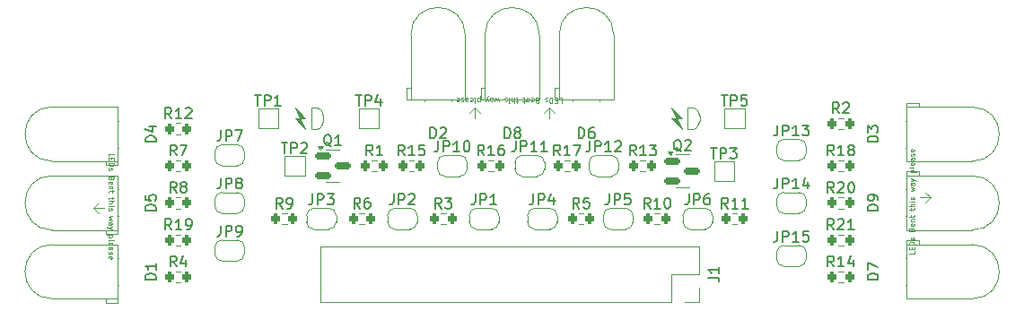
<source format=gbr>
%TF.GenerationSoftware,KiCad,Pcbnew,8.0.0*%
%TF.CreationDate,2024-03-24T17:38:24+02:00*%
%TF.ProjectId,Sensing1_0,53656e73-696e-4673-915f-302e6b696361,rev?*%
%TF.SameCoordinates,Original*%
%TF.FileFunction,Legend,Top*%
%TF.FilePolarity,Positive*%
%FSLAX46Y46*%
G04 Gerber Fmt 4.6, Leading zero omitted, Abs format (unit mm)*
G04 Created by KiCad (PCBNEW 8.0.0) date 2024-03-24 17:38:24*
%MOMM*%
%LPD*%
G01*
G04 APERTURE LIST*
G04 Aperture macros list*
%AMRoundRect*
0 Rectangle with rounded corners*
0 $1 Rounding radius*
0 $2 $3 $4 $5 $6 $7 $8 $9 X,Y pos of 4 corners*
0 Add a 4 corners polygon primitive as box body*
4,1,4,$2,$3,$4,$5,$6,$7,$8,$9,$2,$3,0*
0 Add four circle primitives for the rounded corners*
1,1,$1+$1,$2,$3*
1,1,$1+$1,$4,$5*
1,1,$1+$1,$6,$7*
1,1,$1+$1,$8,$9*
0 Add four rect primitives between the rounded corners*
20,1,$1+$1,$2,$3,$4,$5,0*
20,1,$1+$1,$4,$5,$6,$7,0*
20,1,$1+$1,$6,$7,$8,$9,0*
20,1,$1+$1,$8,$9,$2,$3,0*%
%AMFreePoly0*
4,1,19,0.500000,-0.750000,0.000000,-0.750000,0.000000,-0.744911,-0.071157,-0.744911,-0.207708,-0.704816,-0.327430,-0.627875,-0.420627,-0.520320,-0.479746,-0.390866,-0.500000,-0.250000,-0.500000,0.250000,-0.479746,0.390866,-0.420627,0.520320,-0.327430,0.627875,-0.207708,0.704816,-0.071157,0.744911,0.000000,0.744911,0.000000,0.750000,0.500000,0.750000,0.500000,-0.750000,0.500000,-0.750000,
$1*%
%AMFreePoly1*
4,1,19,0.000000,0.744911,0.071157,0.744911,0.207708,0.704816,0.327430,0.627875,0.420627,0.520320,0.479746,0.390866,0.500000,0.250000,0.500000,-0.250000,0.479746,-0.390866,0.420627,-0.520320,0.327430,-0.627875,0.207708,-0.704816,0.071157,-0.744911,0.000000,-0.744911,0.000000,-0.750000,-0.500000,-0.750000,-0.500000,0.750000,0.000000,0.750000,0.000000,0.744911,0.000000,0.744911,
$1*%
G04 Aperture macros list end*
%ADD10C,0.100000*%
%ADD11C,0.150000*%
%ADD12C,0.120000*%
%ADD13R,1.800000X1.800000*%
%ADD14C,1.800000*%
%ADD15O,1.700000X1.700000*%
%ADD16R,1.700000X1.700000*%
%ADD17RoundRect,0.200000X-0.200000X-0.275000X0.200000X-0.275000X0.200000X0.275000X-0.200000X0.275000X0*%
%ADD18R,1.500000X1.500000*%
%ADD19RoundRect,0.150000X-0.587500X-0.150000X0.587500X-0.150000X0.587500X0.150000X-0.587500X0.150000X0*%
%ADD20FreePoly0,0.000000*%
%ADD21FreePoly1,0.000000*%
G04 APERTURE END LIST*
D10*
X135500000Y-43500000D02*
X135000000Y-43500000D01*
X134500000Y-42500000D01*
X135500000Y-43500000D01*
G36*
X135500000Y-43500000D02*
G01*
X135000000Y-43500000D01*
X134500000Y-42500000D01*
X135500000Y-43500000D01*
G37*
X135500000Y-44500000D02*
X134500000Y-43500000D01*
X135000000Y-43500000D01*
X135500000Y-44500000D01*
G36*
X135500000Y-44500000D02*
G01*
X134500000Y-43500000D01*
X135000000Y-43500000D01*
X135500000Y-44500000D01*
G37*
X136041979Y-44500038D02*
X136041979Y-42500038D01*
X136041979Y-42500038D02*
X136518169Y-42500038D01*
X136518169Y-42500038D02*
X136803884Y-42595276D01*
X136803884Y-42595276D02*
X136994360Y-42785752D01*
X136994360Y-42785752D02*
X137089598Y-42976228D01*
X137089598Y-42976228D02*
X137184836Y-43357180D01*
X137184836Y-43357180D02*
X137184836Y-43642895D01*
X137184836Y-43642895D02*
X137089598Y-44023847D01*
X137089598Y-44023847D02*
X136994360Y-44214323D01*
X136994360Y-44214323D02*
X136803884Y-44404800D01*
X136803884Y-44404800D02*
X136518169Y-44500038D01*
X136518169Y-44500038D02*
X136041979Y-44500038D01*
X100541979Y-44500038D02*
X100541979Y-42500038D01*
X100541979Y-42500038D02*
X101018169Y-42500038D01*
X101018169Y-42500038D02*
X101303884Y-42595276D01*
X101303884Y-42595276D02*
X101494360Y-42785752D01*
X101494360Y-42785752D02*
X101589598Y-42976228D01*
X101589598Y-42976228D02*
X101684836Y-43357180D01*
X101684836Y-43357180D02*
X101684836Y-43642895D01*
X101684836Y-43642895D02*
X101589598Y-44023847D01*
X101589598Y-44023847D02*
X101494360Y-44214323D01*
X101494360Y-44214323D02*
X101303884Y-44404800D01*
X101303884Y-44404800D02*
X101018169Y-44500038D01*
X101018169Y-44500038D02*
X100541979Y-44500038D01*
X100000000Y-44500000D02*
X99000000Y-43500000D01*
X99500000Y-43500000D01*
X100000000Y-44500000D01*
G36*
X100000000Y-44500000D02*
G01*
X99000000Y-43500000D01*
X99500000Y-43500000D01*
X100000000Y-44500000D01*
G37*
X100000000Y-43500000D02*
X99500000Y-43500000D01*
X99000000Y-42500000D01*
X100000000Y-43500000D01*
G36*
X100000000Y-43500000D02*
G01*
X99500000Y-43500000D01*
X99000000Y-42500000D01*
X100000000Y-43500000D01*
G37*
X81402390Y-47103885D02*
X81402390Y-46865790D01*
X81402390Y-46865790D02*
X81902390Y-46865790D01*
X81664295Y-47270552D02*
X81664295Y-47437219D01*
X81402390Y-47508647D02*
X81402390Y-47270552D01*
X81402390Y-47270552D02*
X81902390Y-47270552D01*
X81902390Y-47270552D02*
X81902390Y-47508647D01*
X81402390Y-47722933D02*
X81902390Y-47722933D01*
X81902390Y-47722933D02*
X81902390Y-47841981D01*
X81902390Y-47841981D02*
X81878580Y-47913409D01*
X81878580Y-47913409D02*
X81830961Y-47961028D01*
X81830961Y-47961028D02*
X81783342Y-47984838D01*
X81783342Y-47984838D02*
X81688104Y-48008647D01*
X81688104Y-48008647D02*
X81616676Y-48008647D01*
X81616676Y-48008647D02*
X81521438Y-47984838D01*
X81521438Y-47984838D02*
X81473819Y-47961028D01*
X81473819Y-47961028D02*
X81426200Y-47913409D01*
X81426200Y-47913409D02*
X81402390Y-47841981D01*
X81402390Y-47841981D02*
X81402390Y-47722933D01*
X81426200Y-48199124D02*
X81402390Y-48246743D01*
X81402390Y-48246743D02*
X81402390Y-48341981D01*
X81402390Y-48341981D02*
X81426200Y-48389600D01*
X81426200Y-48389600D02*
X81473819Y-48413409D01*
X81473819Y-48413409D02*
X81497628Y-48413409D01*
X81497628Y-48413409D02*
X81545247Y-48389600D01*
X81545247Y-48389600D02*
X81569057Y-48341981D01*
X81569057Y-48341981D02*
X81569057Y-48270552D01*
X81569057Y-48270552D02*
X81592866Y-48222933D01*
X81592866Y-48222933D02*
X81640485Y-48199124D01*
X81640485Y-48199124D02*
X81664295Y-48199124D01*
X81664295Y-48199124D02*
X81711914Y-48222933D01*
X81711914Y-48222933D02*
X81735723Y-48270552D01*
X81735723Y-48270552D02*
X81735723Y-48341981D01*
X81735723Y-48341981D02*
X81711914Y-48389600D01*
X81664295Y-49175314D02*
X81640485Y-49246742D01*
X81640485Y-49246742D02*
X81616676Y-49270552D01*
X81616676Y-49270552D02*
X81569057Y-49294361D01*
X81569057Y-49294361D02*
X81497628Y-49294361D01*
X81497628Y-49294361D02*
X81450009Y-49270552D01*
X81450009Y-49270552D02*
X81426200Y-49246742D01*
X81426200Y-49246742D02*
X81402390Y-49199123D01*
X81402390Y-49199123D02*
X81402390Y-49008647D01*
X81402390Y-49008647D02*
X81902390Y-49008647D01*
X81902390Y-49008647D02*
X81902390Y-49175314D01*
X81902390Y-49175314D02*
X81878580Y-49222933D01*
X81878580Y-49222933D02*
X81854771Y-49246742D01*
X81854771Y-49246742D02*
X81807152Y-49270552D01*
X81807152Y-49270552D02*
X81759533Y-49270552D01*
X81759533Y-49270552D02*
X81711914Y-49246742D01*
X81711914Y-49246742D02*
X81688104Y-49222933D01*
X81688104Y-49222933D02*
X81664295Y-49175314D01*
X81664295Y-49175314D02*
X81664295Y-49008647D01*
X81426200Y-49699123D02*
X81402390Y-49651504D01*
X81402390Y-49651504D02*
X81402390Y-49556266D01*
X81402390Y-49556266D02*
X81426200Y-49508647D01*
X81426200Y-49508647D02*
X81473819Y-49484838D01*
X81473819Y-49484838D02*
X81664295Y-49484838D01*
X81664295Y-49484838D02*
X81711914Y-49508647D01*
X81711914Y-49508647D02*
X81735723Y-49556266D01*
X81735723Y-49556266D02*
X81735723Y-49651504D01*
X81735723Y-49651504D02*
X81711914Y-49699123D01*
X81711914Y-49699123D02*
X81664295Y-49722933D01*
X81664295Y-49722933D02*
X81616676Y-49722933D01*
X81616676Y-49722933D02*
X81569057Y-49484838D01*
X81735723Y-49937218D02*
X81402390Y-49937218D01*
X81688104Y-49937218D02*
X81711914Y-49961028D01*
X81711914Y-49961028D02*
X81735723Y-50008647D01*
X81735723Y-50008647D02*
X81735723Y-50080075D01*
X81735723Y-50080075D02*
X81711914Y-50127694D01*
X81711914Y-50127694D02*
X81664295Y-50151504D01*
X81664295Y-50151504D02*
X81402390Y-50151504D01*
X81735723Y-50318171D02*
X81735723Y-50508647D01*
X81902390Y-50389599D02*
X81473819Y-50389599D01*
X81473819Y-50389599D02*
X81426200Y-50413409D01*
X81426200Y-50413409D02*
X81402390Y-50461028D01*
X81402390Y-50461028D02*
X81402390Y-50508647D01*
X81735723Y-50984837D02*
X81735723Y-51175313D01*
X81902390Y-51056265D02*
X81473819Y-51056265D01*
X81473819Y-51056265D02*
X81426200Y-51080075D01*
X81426200Y-51080075D02*
X81402390Y-51127694D01*
X81402390Y-51127694D02*
X81402390Y-51175313D01*
X81402390Y-51341979D02*
X81902390Y-51341979D01*
X81402390Y-51556265D02*
X81664295Y-51556265D01*
X81664295Y-51556265D02*
X81711914Y-51532455D01*
X81711914Y-51532455D02*
X81735723Y-51484836D01*
X81735723Y-51484836D02*
X81735723Y-51413408D01*
X81735723Y-51413408D02*
X81711914Y-51365789D01*
X81711914Y-51365789D02*
X81688104Y-51341979D01*
X81402390Y-51794360D02*
X81735723Y-51794360D01*
X81902390Y-51794360D02*
X81878580Y-51770551D01*
X81878580Y-51770551D02*
X81854771Y-51794360D01*
X81854771Y-51794360D02*
X81878580Y-51818170D01*
X81878580Y-51818170D02*
X81902390Y-51794360D01*
X81902390Y-51794360D02*
X81854771Y-51794360D01*
X81426200Y-52008646D02*
X81402390Y-52056265D01*
X81402390Y-52056265D02*
X81402390Y-52151503D01*
X81402390Y-52151503D02*
X81426200Y-52199122D01*
X81426200Y-52199122D02*
X81473819Y-52222931D01*
X81473819Y-52222931D02*
X81497628Y-52222931D01*
X81497628Y-52222931D02*
X81545247Y-52199122D01*
X81545247Y-52199122D02*
X81569057Y-52151503D01*
X81569057Y-52151503D02*
X81569057Y-52080074D01*
X81569057Y-52080074D02*
X81592866Y-52032455D01*
X81592866Y-52032455D02*
X81640485Y-52008646D01*
X81640485Y-52008646D02*
X81664295Y-52008646D01*
X81664295Y-52008646D02*
X81711914Y-52032455D01*
X81711914Y-52032455D02*
X81735723Y-52080074D01*
X81735723Y-52080074D02*
X81735723Y-52151503D01*
X81735723Y-52151503D02*
X81711914Y-52199122D01*
X81735723Y-52770550D02*
X81402390Y-52865788D01*
X81402390Y-52865788D02*
X81640485Y-52961026D01*
X81640485Y-52961026D02*
X81402390Y-53056264D01*
X81402390Y-53056264D02*
X81735723Y-53151502D01*
X81402390Y-53556265D02*
X81664295Y-53556265D01*
X81664295Y-53556265D02*
X81711914Y-53532455D01*
X81711914Y-53532455D02*
X81735723Y-53484836D01*
X81735723Y-53484836D02*
X81735723Y-53389598D01*
X81735723Y-53389598D02*
X81711914Y-53341979D01*
X81426200Y-53556265D02*
X81402390Y-53508646D01*
X81402390Y-53508646D02*
X81402390Y-53389598D01*
X81402390Y-53389598D02*
X81426200Y-53341979D01*
X81426200Y-53341979D02*
X81473819Y-53318170D01*
X81473819Y-53318170D02*
X81521438Y-53318170D01*
X81521438Y-53318170D02*
X81569057Y-53341979D01*
X81569057Y-53341979D02*
X81592866Y-53389598D01*
X81592866Y-53389598D02*
X81592866Y-53508646D01*
X81592866Y-53508646D02*
X81616676Y-53556265D01*
X81735723Y-53746741D02*
X81402390Y-53865789D01*
X81735723Y-53984836D02*
X81402390Y-53865789D01*
X81402390Y-53865789D02*
X81283342Y-53818170D01*
X81283342Y-53818170D02*
X81259533Y-53794360D01*
X81259533Y-53794360D02*
X81235723Y-53746741D01*
X81735723Y-54556264D02*
X81235723Y-54556264D01*
X81711914Y-54556264D02*
X81735723Y-54603883D01*
X81735723Y-54603883D02*
X81735723Y-54699121D01*
X81735723Y-54699121D02*
X81711914Y-54746740D01*
X81711914Y-54746740D02*
X81688104Y-54770550D01*
X81688104Y-54770550D02*
X81640485Y-54794359D01*
X81640485Y-54794359D02*
X81497628Y-54794359D01*
X81497628Y-54794359D02*
X81450009Y-54770550D01*
X81450009Y-54770550D02*
X81426200Y-54746740D01*
X81426200Y-54746740D02*
X81402390Y-54699121D01*
X81402390Y-54699121D02*
X81402390Y-54603883D01*
X81402390Y-54603883D02*
X81426200Y-54556264D01*
X81402390Y-55080074D02*
X81426200Y-55032455D01*
X81426200Y-55032455D02*
X81473819Y-55008645D01*
X81473819Y-55008645D02*
X81902390Y-55008645D01*
X81426200Y-55461026D02*
X81402390Y-55413407D01*
X81402390Y-55413407D02*
X81402390Y-55318169D01*
X81402390Y-55318169D02*
X81426200Y-55270550D01*
X81426200Y-55270550D02*
X81473819Y-55246741D01*
X81473819Y-55246741D02*
X81664295Y-55246741D01*
X81664295Y-55246741D02*
X81711914Y-55270550D01*
X81711914Y-55270550D02*
X81735723Y-55318169D01*
X81735723Y-55318169D02*
X81735723Y-55413407D01*
X81735723Y-55413407D02*
X81711914Y-55461026D01*
X81711914Y-55461026D02*
X81664295Y-55484836D01*
X81664295Y-55484836D02*
X81616676Y-55484836D01*
X81616676Y-55484836D02*
X81569057Y-55246741D01*
X81402390Y-55913407D02*
X81664295Y-55913407D01*
X81664295Y-55913407D02*
X81711914Y-55889597D01*
X81711914Y-55889597D02*
X81735723Y-55841978D01*
X81735723Y-55841978D02*
X81735723Y-55746740D01*
X81735723Y-55746740D02*
X81711914Y-55699121D01*
X81426200Y-55913407D02*
X81402390Y-55865788D01*
X81402390Y-55865788D02*
X81402390Y-55746740D01*
X81402390Y-55746740D02*
X81426200Y-55699121D01*
X81426200Y-55699121D02*
X81473819Y-55675312D01*
X81473819Y-55675312D02*
X81521438Y-55675312D01*
X81521438Y-55675312D02*
X81569057Y-55699121D01*
X81569057Y-55699121D02*
X81592866Y-55746740D01*
X81592866Y-55746740D02*
X81592866Y-55865788D01*
X81592866Y-55865788D02*
X81616676Y-55913407D01*
X81426200Y-56127693D02*
X81402390Y-56175312D01*
X81402390Y-56175312D02*
X81402390Y-56270550D01*
X81402390Y-56270550D02*
X81426200Y-56318169D01*
X81426200Y-56318169D02*
X81473819Y-56341978D01*
X81473819Y-56341978D02*
X81497628Y-56341978D01*
X81497628Y-56341978D02*
X81545247Y-56318169D01*
X81545247Y-56318169D02*
X81569057Y-56270550D01*
X81569057Y-56270550D02*
X81569057Y-56199121D01*
X81569057Y-56199121D02*
X81592866Y-56151502D01*
X81592866Y-56151502D02*
X81640485Y-56127693D01*
X81640485Y-56127693D02*
X81664295Y-56127693D01*
X81664295Y-56127693D02*
X81711914Y-56151502D01*
X81711914Y-56151502D02*
X81735723Y-56199121D01*
X81735723Y-56199121D02*
X81735723Y-56270550D01*
X81735723Y-56270550D02*
X81711914Y-56318169D01*
X81426200Y-56746740D02*
X81402390Y-56699121D01*
X81402390Y-56699121D02*
X81402390Y-56603883D01*
X81402390Y-56603883D02*
X81426200Y-56556264D01*
X81426200Y-56556264D02*
X81473819Y-56532455D01*
X81473819Y-56532455D02*
X81664295Y-56532455D01*
X81664295Y-56532455D02*
X81711914Y-56556264D01*
X81711914Y-56556264D02*
X81735723Y-56603883D01*
X81735723Y-56603883D02*
X81735723Y-56699121D01*
X81735723Y-56699121D02*
X81711914Y-56746740D01*
X81711914Y-56746740D02*
X81664295Y-56770550D01*
X81664295Y-56770550D02*
X81616676Y-56770550D01*
X81616676Y-56770550D02*
X81569057Y-56532455D01*
X80000000Y-52000000D02*
X80500000Y-51500000D01*
X80500000Y-51500000D02*
X80000000Y-52000000D01*
X80000000Y-52000000D02*
X80500000Y-52500000D01*
X80500000Y-52000000D02*
X80000000Y-52000000D01*
X80500000Y-52000000D02*
X81000000Y-52000000D01*
X123000000Y-42500000D02*
X123500000Y-43000000D01*
X123500000Y-43000000D02*
X123000000Y-42500000D01*
X123000000Y-42500000D02*
X122500000Y-43000000D01*
X123000000Y-43000000D02*
X123000000Y-42500000D01*
X123000000Y-43000000D02*
X123000000Y-43500000D01*
X116000000Y-42500000D02*
X116500000Y-43000000D01*
X116500000Y-43000000D02*
X116000000Y-42500000D01*
X116000000Y-42500000D02*
X115500000Y-43000000D01*
X116000000Y-43000000D02*
X116000000Y-42500000D01*
X116000000Y-43000000D02*
X116000000Y-43500000D01*
X123904591Y-41574865D02*
X124142686Y-41574865D01*
X124142686Y-41574865D02*
X124142686Y-42074865D01*
X123737924Y-41836770D02*
X123571257Y-41836770D01*
X123499829Y-41574865D02*
X123737924Y-41574865D01*
X123737924Y-41574865D02*
X123737924Y-42074865D01*
X123737924Y-42074865D02*
X123499829Y-42074865D01*
X123285543Y-41574865D02*
X123285543Y-42074865D01*
X123285543Y-42074865D02*
X123166495Y-42074865D01*
X123166495Y-42074865D02*
X123095067Y-42051055D01*
X123095067Y-42051055D02*
X123047448Y-42003436D01*
X123047448Y-42003436D02*
X123023638Y-41955817D01*
X123023638Y-41955817D02*
X122999829Y-41860579D01*
X122999829Y-41860579D02*
X122999829Y-41789151D01*
X122999829Y-41789151D02*
X123023638Y-41693913D01*
X123023638Y-41693913D02*
X123047448Y-41646294D01*
X123047448Y-41646294D02*
X123095067Y-41598675D01*
X123095067Y-41598675D02*
X123166495Y-41574865D01*
X123166495Y-41574865D02*
X123285543Y-41574865D01*
X122809352Y-41598675D02*
X122761733Y-41574865D01*
X122761733Y-41574865D02*
X122666495Y-41574865D01*
X122666495Y-41574865D02*
X122618876Y-41598675D01*
X122618876Y-41598675D02*
X122595067Y-41646294D01*
X122595067Y-41646294D02*
X122595067Y-41670103D01*
X122595067Y-41670103D02*
X122618876Y-41717722D01*
X122618876Y-41717722D02*
X122666495Y-41741532D01*
X122666495Y-41741532D02*
X122737924Y-41741532D01*
X122737924Y-41741532D02*
X122785543Y-41765341D01*
X122785543Y-41765341D02*
X122809352Y-41812960D01*
X122809352Y-41812960D02*
X122809352Y-41836770D01*
X122809352Y-41836770D02*
X122785543Y-41884389D01*
X122785543Y-41884389D02*
X122737924Y-41908198D01*
X122737924Y-41908198D02*
X122666495Y-41908198D01*
X122666495Y-41908198D02*
X122618876Y-41884389D01*
X121833162Y-41836770D02*
X121761734Y-41812960D01*
X121761734Y-41812960D02*
X121737924Y-41789151D01*
X121737924Y-41789151D02*
X121714115Y-41741532D01*
X121714115Y-41741532D02*
X121714115Y-41670103D01*
X121714115Y-41670103D02*
X121737924Y-41622484D01*
X121737924Y-41622484D02*
X121761734Y-41598675D01*
X121761734Y-41598675D02*
X121809353Y-41574865D01*
X121809353Y-41574865D02*
X121999829Y-41574865D01*
X121999829Y-41574865D02*
X121999829Y-42074865D01*
X121999829Y-42074865D02*
X121833162Y-42074865D01*
X121833162Y-42074865D02*
X121785543Y-42051055D01*
X121785543Y-42051055D02*
X121761734Y-42027246D01*
X121761734Y-42027246D02*
X121737924Y-41979627D01*
X121737924Y-41979627D02*
X121737924Y-41932008D01*
X121737924Y-41932008D02*
X121761734Y-41884389D01*
X121761734Y-41884389D02*
X121785543Y-41860579D01*
X121785543Y-41860579D02*
X121833162Y-41836770D01*
X121833162Y-41836770D02*
X121999829Y-41836770D01*
X121309353Y-41598675D02*
X121356972Y-41574865D01*
X121356972Y-41574865D02*
X121452210Y-41574865D01*
X121452210Y-41574865D02*
X121499829Y-41598675D01*
X121499829Y-41598675D02*
X121523638Y-41646294D01*
X121523638Y-41646294D02*
X121523638Y-41836770D01*
X121523638Y-41836770D02*
X121499829Y-41884389D01*
X121499829Y-41884389D02*
X121452210Y-41908198D01*
X121452210Y-41908198D02*
X121356972Y-41908198D01*
X121356972Y-41908198D02*
X121309353Y-41884389D01*
X121309353Y-41884389D02*
X121285543Y-41836770D01*
X121285543Y-41836770D02*
X121285543Y-41789151D01*
X121285543Y-41789151D02*
X121523638Y-41741532D01*
X121071258Y-41908198D02*
X121071258Y-41574865D01*
X121071258Y-41860579D02*
X121047448Y-41884389D01*
X121047448Y-41884389D02*
X120999829Y-41908198D01*
X120999829Y-41908198D02*
X120928401Y-41908198D01*
X120928401Y-41908198D02*
X120880782Y-41884389D01*
X120880782Y-41884389D02*
X120856972Y-41836770D01*
X120856972Y-41836770D02*
X120856972Y-41574865D01*
X120690305Y-41908198D02*
X120499829Y-41908198D01*
X120618877Y-42074865D02*
X120618877Y-41646294D01*
X120618877Y-41646294D02*
X120595067Y-41598675D01*
X120595067Y-41598675D02*
X120547448Y-41574865D01*
X120547448Y-41574865D02*
X120499829Y-41574865D01*
X120023639Y-41908198D02*
X119833163Y-41908198D01*
X119952211Y-42074865D02*
X119952211Y-41646294D01*
X119952211Y-41646294D02*
X119928401Y-41598675D01*
X119928401Y-41598675D02*
X119880782Y-41574865D01*
X119880782Y-41574865D02*
X119833163Y-41574865D01*
X119666497Y-41574865D02*
X119666497Y-42074865D01*
X119452211Y-41574865D02*
X119452211Y-41836770D01*
X119452211Y-41836770D02*
X119476021Y-41884389D01*
X119476021Y-41884389D02*
X119523640Y-41908198D01*
X119523640Y-41908198D02*
X119595068Y-41908198D01*
X119595068Y-41908198D02*
X119642687Y-41884389D01*
X119642687Y-41884389D02*
X119666497Y-41860579D01*
X119214116Y-41574865D02*
X119214116Y-41908198D01*
X119214116Y-42074865D02*
X119237925Y-42051055D01*
X119237925Y-42051055D02*
X119214116Y-42027246D01*
X119214116Y-42027246D02*
X119190306Y-42051055D01*
X119190306Y-42051055D02*
X119214116Y-42074865D01*
X119214116Y-42074865D02*
X119214116Y-42027246D01*
X118999830Y-41598675D02*
X118952211Y-41574865D01*
X118952211Y-41574865D02*
X118856973Y-41574865D01*
X118856973Y-41574865D02*
X118809354Y-41598675D01*
X118809354Y-41598675D02*
X118785545Y-41646294D01*
X118785545Y-41646294D02*
X118785545Y-41670103D01*
X118785545Y-41670103D02*
X118809354Y-41717722D01*
X118809354Y-41717722D02*
X118856973Y-41741532D01*
X118856973Y-41741532D02*
X118928402Y-41741532D01*
X118928402Y-41741532D02*
X118976021Y-41765341D01*
X118976021Y-41765341D02*
X118999830Y-41812960D01*
X118999830Y-41812960D02*
X118999830Y-41836770D01*
X118999830Y-41836770D02*
X118976021Y-41884389D01*
X118976021Y-41884389D02*
X118928402Y-41908198D01*
X118928402Y-41908198D02*
X118856973Y-41908198D01*
X118856973Y-41908198D02*
X118809354Y-41884389D01*
X118237926Y-41908198D02*
X118142688Y-41574865D01*
X118142688Y-41574865D02*
X118047450Y-41812960D01*
X118047450Y-41812960D02*
X117952212Y-41574865D01*
X117952212Y-41574865D02*
X117856974Y-41908198D01*
X117452211Y-41574865D02*
X117452211Y-41836770D01*
X117452211Y-41836770D02*
X117476021Y-41884389D01*
X117476021Y-41884389D02*
X117523640Y-41908198D01*
X117523640Y-41908198D02*
X117618878Y-41908198D01*
X117618878Y-41908198D02*
X117666497Y-41884389D01*
X117452211Y-41598675D02*
X117499830Y-41574865D01*
X117499830Y-41574865D02*
X117618878Y-41574865D01*
X117618878Y-41574865D02*
X117666497Y-41598675D01*
X117666497Y-41598675D02*
X117690306Y-41646294D01*
X117690306Y-41646294D02*
X117690306Y-41693913D01*
X117690306Y-41693913D02*
X117666497Y-41741532D01*
X117666497Y-41741532D02*
X117618878Y-41765341D01*
X117618878Y-41765341D02*
X117499830Y-41765341D01*
X117499830Y-41765341D02*
X117452211Y-41789151D01*
X117261735Y-41908198D02*
X117142687Y-41574865D01*
X117023640Y-41908198D02*
X117142687Y-41574865D01*
X117142687Y-41574865D02*
X117190306Y-41455817D01*
X117190306Y-41455817D02*
X117214116Y-41432008D01*
X117214116Y-41432008D02*
X117261735Y-41408198D01*
X116452212Y-41908198D02*
X116452212Y-41408198D01*
X116452212Y-41884389D02*
X116404593Y-41908198D01*
X116404593Y-41908198D02*
X116309355Y-41908198D01*
X116309355Y-41908198D02*
X116261736Y-41884389D01*
X116261736Y-41884389D02*
X116237926Y-41860579D01*
X116237926Y-41860579D02*
X116214117Y-41812960D01*
X116214117Y-41812960D02*
X116214117Y-41670103D01*
X116214117Y-41670103D02*
X116237926Y-41622484D01*
X116237926Y-41622484D02*
X116261736Y-41598675D01*
X116261736Y-41598675D02*
X116309355Y-41574865D01*
X116309355Y-41574865D02*
X116404593Y-41574865D01*
X116404593Y-41574865D02*
X116452212Y-41598675D01*
X115928402Y-41574865D02*
X115976021Y-41598675D01*
X115976021Y-41598675D02*
X115999831Y-41646294D01*
X115999831Y-41646294D02*
X115999831Y-42074865D01*
X115547450Y-41598675D02*
X115595069Y-41574865D01*
X115595069Y-41574865D02*
X115690307Y-41574865D01*
X115690307Y-41574865D02*
X115737926Y-41598675D01*
X115737926Y-41598675D02*
X115761735Y-41646294D01*
X115761735Y-41646294D02*
X115761735Y-41836770D01*
X115761735Y-41836770D02*
X115737926Y-41884389D01*
X115737926Y-41884389D02*
X115690307Y-41908198D01*
X115690307Y-41908198D02*
X115595069Y-41908198D01*
X115595069Y-41908198D02*
X115547450Y-41884389D01*
X115547450Y-41884389D02*
X115523640Y-41836770D01*
X115523640Y-41836770D02*
X115523640Y-41789151D01*
X115523640Y-41789151D02*
X115761735Y-41741532D01*
X115095069Y-41574865D02*
X115095069Y-41836770D01*
X115095069Y-41836770D02*
X115118879Y-41884389D01*
X115118879Y-41884389D02*
X115166498Y-41908198D01*
X115166498Y-41908198D02*
X115261736Y-41908198D01*
X115261736Y-41908198D02*
X115309355Y-41884389D01*
X115095069Y-41598675D02*
X115142688Y-41574865D01*
X115142688Y-41574865D02*
X115261736Y-41574865D01*
X115261736Y-41574865D02*
X115309355Y-41598675D01*
X115309355Y-41598675D02*
X115333164Y-41646294D01*
X115333164Y-41646294D02*
X115333164Y-41693913D01*
X115333164Y-41693913D02*
X115309355Y-41741532D01*
X115309355Y-41741532D02*
X115261736Y-41765341D01*
X115261736Y-41765341D02*
X115142688Y-41765341D01*
X115142688Y-41765341D02*
X115095069Y-41789151D01*
X114880783Y-41598675D02*
X114833164Y-41574865D01*
X114833164Y-41574865D02*
X114737926Y-41574865D01*
X114737926Y-41574865D02*
X114690307Y-41598675D01*
X114690307Y-41598675D02*
X114666498Y-41646294D01*
X114666498Y-41646294D02*
X114666498Y-41670103D01*
X114666498Y-41670103D02*
X114690307Y-41717722D01*
X114690307Y-41717722D02*
X114737926Y-41741532D01*
X114737926Y-41741532D02*
X114809355Y-41741532D01*
X114809355Y-41741532D02*
X114856974Y-41765341D01*
X114856974Y-41765341D02*
X114880783Y-41812960D01*
X114880783Y-41812960D02*
X114880783Y-41836770D01*
X114880783Y-41836770D02*
X114856974Y-41884389D01*
X114856974Y-41884389D02*
X114809355Y-41908198D01*
X114809355Y-41908198D02*
X114737926Y-41908198D01*
X114737926Y-41908198D02*
X114690307Y-41884389D01*
X114261736Y-41598675D02*
X114309355Y-41574865D01*
X114309355Y-41574865D02*
X114404593Y-41574865D01*
X114404593Y-41574865D02*
X114452212Y-41598675D01*
X114452212Y-41598675D02*
X114476021Y-41646294D01*
X114476021Y-41646294D02*
X114476021Y-41836770D01*
X114476021Y-41836770D02*
X114452212Y-41884389D01*
X114452212Y-41884389D02*
X114404593Y-41908198D01*
X114404593Y-41908198D02*
X114309355Y-41908198D01*
X114309355Y-41908198D02*
X114261736Y-41884389D01*
X114261736Y-41884389D02*
X114237926Y-41836770D01*
X114237926Y-41836770D02*
X114237926Y-41789151D01*
X114237926Y-41789151D02*
X114476021Y-41741532D01*
X158500000Y-51000000D02*
X158000000Y-51000000D01*
X159000000Y-51000000D02*
X158500000Y-50500000D01*
X158500000Y-51500000D02*
X159000000Y-51000000D01*
X159000000Y-51000000D02*
X158500000Y-51500000D01*
X158500000Y-51000000D02*
X159000000Y-51000000D01*
X157433609Y-56077068D02*
X157433609Y-56315163D01*
X157433609Y-56315163D02*
X156933609Y-56315163D01*
X157171704Y-55910401D02*
X157171704Y-55743734D01*
X157433609Y-55672306D02*
X157433609Y-55910401D01*
X157433609Y-55910401D02*
X156933609Y-55910401D01*
X156933609Y-55910401D02*
X156933609Y-55672306D01*
X157433609Y-55458020D02*
X156933609Y-55458020D01*
X156933609Y-55458020D02*
X156933609Y-55338972D01*
X156933609Y-55338972D02*
X156957419Y-55267544D01*
X156957419Y-55267544D02*
X157005038Y-55219925D01*
X157005038Y-55219925D02*
X157052657Y-55196115D01*
X157052657Y-55196115D02*
X157147895Y-55172306D01*
X157147895Y-55172306D02*
X157219323Y-55172306D01*
X157219323Y-55172306D02*
X157314561Y-55196115D01*
X157314561Y-55196115D02*
X157362180Y-55219925D01*
X157362180Y-55219925D02*
X157409800Y-55267544D01*
X157409800Y-55267544D02*
X157433609Y-55338972D01*
X157433609Y-55338972D02*
X157433609Y-55458020D01*
X157409800Y-54981829D02*
X157433609Y-54934210D01*
X157433609Y-54934210D02*
X157433609Y-54838972D01*
X157433609Y-54838972D02*
X157409800Y-54791353D01*
X157409800Y-54791353D02*
X157362180Y-54767544D01*
X157362180Y-54767544D02*
X157338371Y-54767544D01*
X157338371Y-54767544D02*
X157290752Y-54791353D01*
X157290752Y-54791353D02*
X157266942Y-54838972D01*
X157266942Y-54838972D02*
X157266942Y-54910401D01*
X157266942Y-54910401D02*
X157243133Y-54958020D01*
X157243133Y-54958020D02*
X157195514Y-54981829D01*
X157195514Y-54981829D02*
X157171704Y-54981829D01*
X157171704Y-54981829D02*
X157124085Y-54958020D01*
X157124085Y-54958020D02*
X157100276Y-54910401D01*
X157100276Y-54910401D02*
X157100276Y-54838972D01*
X157100276Y-54838972D02*
X157124085Y-54791353D01*
X157171704Y-54005639D02*
X157195514Y-53934211D01*
X157195514Y-53934211D02*
X157219323Y-53910401D01*
X157219323Y-53910401D02*
X157266942Y-53886592D01*
X157266942Y-53886592D02*
X157338371Y-53886592D01*
X157338371Y-53886592D02*
X157385990Y-53910401D01*
X157385990Y-53910401D02*
X157409800Y-53934211D01*
X157409800Y-53934211D02*
X157433609Y-53981830D01*
X157433609Y-53981830D02*
X157433609Y-54172306D01*
X157433609Y-54172306D02*
X156933609Y-54172306D01*
X156933609Y-54172306D02*
X156933609Y-54005639D01*
X156933609Y-54005639D02*
X156957419Y-53958020D01*
X156957419Y-53958020D02*
X156981228Y-53934211D01*
X156981228Y-53934211D02*
X157028847Y-53910401D01*
X157028847Y-53910401D02*
X157076466Y-53910401D01*
X157076466Y-53910401D02*
X157124085Y-53934211D01*
X157124085Y-53934211D02*
X157147895Y-53958020D01*
X157147895Y-53958020D02*
X157171704Y-54005639D01*
X157171704Y-54005639D02*
X157171704Y-54172306D01*
X157409800Y-53481830D02*
X157433609Y-53529449D01*
X157433609Y-53529449D02*
X157433609Y-53624687D01*
X157433609Y-53624687D02*
X157409800Y-53672306D01*
X157409800Y-53672306D02*
X157362180Y-53696115D01*
X157362180Y-53696115D02*
X157171704Y-53696115D01*
X157171704Y-53696115D02*
X157124085Y-53672306D01*
X157124085Y-53672306D02*
X157100276Y-53624687D01*
X157100276Y-53624687D02*
X157100276Y-53529449D01*
X157100276Y-53529449D02*
X157124085Y-53481830D01*
X157124085Y-53481830D02*
X157171704Y-53458020D01*
X157171704Y-53458020D02*
X157219323Y-53458020D01*
X157219323Y-53458020D02*
X157266942Y-53696115D01*
X157100276Y-53243735D02*
X157433609Y-53243735D01*
X157147895Y-53243735D02*
X157124085Y-53219925D01*
X157124085Y-53219925D02*
X157100276Y-53172306D01*
X157100276Y-53172306D02*
X157100276Y-53100878D01*
X157100276Y-53100878D02*
X157124085Y-53053259D01*
X157124085Y-53053259D02*
X157171704Y-53029449D01*
X157171704Y-53029449D02*
X157433609Y-53029449D01*
X157100276Y-52862782D02*
X157100276Y-52672306D01*
X156933609Y-52791354D02*
X157362180Y-52791354D01*
X157362180Y-52791354D02*
X157409800Y-52767544D01*
X157409800Y-52767544D02*
X157433609Y-52719925D01*
X157433609Y-52719925D02*
X157433609Y-52672306D01*
X157100276Y-52196116D02*
X157100276Y-52005640D01*
X156933609Y-52124688D02*
X157362180Y-52124688D01*
X157362180Y-52124688D02*
X157409800Y-52100878D01*
X157409800Y-52100878D02*
X157433609Y-52053259D01*
X157433609Y-52053259D02*
X157433609Y-52005640D01*
X157433609Y-51838974D02*
X156933609Y-51838974D01*
X157433609Y-51624688D02*
X157171704Y-51624688D01*
X157171704Y-51624688D02*
X157124085Y-51648498D01*
X157124085Y-51648498D02*
X157100276Y-51696117D01*
X157100276Y-51696117D02*
X157100276Y-51767545D01*
X157100276Y-51767545D02*
X157124085Y-51815164D01*
X157124085Y-51815164D02*
X157147895Y-51838974D01*
X157433609Y-51386593D02*
X157100276Y-51386593D01*
X156933609Y-51386593D02*
X156957419Y-51410402D01*
X156957419Y-51410402D02*
X156981228Y-51386593D01*
X156981228Y-51386593D02*
X156957419Y-51362783D01*
X156957419Y-51362783D02*
X156933609Y-51386593D01*
X156933609Y-51386593D02*
X156981228Y-51386593D01*
X157409800Y-51172307D02*
X157433609Y-51124688D01*
X157433609Y-51124688D02*
X157433609Y-51029450D01*
X157433609Y-51029450D02*
X157409800Y-50981831D01*
X157409800Y-50981831D02*
X157362180Y-50958022D01*
X157362180Y-50958022D02*
X157338371Y-50958022D01*
X157338371Y-50958022D02*
X157290752Y-50981831D01*
X157290752Y-50981831D02*
X157266942Y-51029450D01*
X157266942Y-51029450D02*
X157266942Y-51100879D01*
X157266942Y-51100879D02*
X157243133Y-51148498D01*
X157243133Y-51148498D02*
X157195514Y-51172307D01*
X157195514Y-51172307D02*
X157171704Y-51172307D01*
X157171704Y-51172307D02*
X157124085Y-51148498D01*
X157124085Y-51148498D02*
X157100276Y-51100879D01*
X157100276Y-51100879D02*
X157100276Y-51029450D01*
X157100276Y-51029450D02*
X157124085Y-50981831D01*
X157100276Y-50410403D02*
X157433609Y-50315165D01*
X157433609Y-50315165D02*
X157195514Y-50219927D01*
X157195514Y-50219927D02*
X157433609Y-50124689D01*
X157433609Y-50124689D02*
X157100276Y-50029451D01*
X157433609Y-49624688D02*
X157171704Y-49624688D01*
X157171704Y-49624688D02*
X157124085Y-49648498D01*
X157124085Y-49648498D02*
X157100276Y-49696117D01*
X157100276Y-49696117D02*
X157100276Y-49791355D01*
X157100276Y-49791355D02*
X157124085Y-49838974D01*
X157409800Y-49624688D02*
X157433609Y-49672307D01*
X157433609Y-49672307D02*
X157433609Y-49791355D01*
X157433609Y-49791355D02*
X157409800Y-49838974D01*
X157409800Y-49838974D02*
X157362180Y-49862783D01*
X157362180Y-49862783D02*
X157314561Y-49862783D01*
X157314561Y-49862783D02*
X157266942Y-49838974D01*
X157266942Y-49838974D02*
X157243133Y-49791355D01*
X157243133Y-49791355D02*
X157243133Y-49672307D01*
X157243133Y-49672307D02*
X157219323Y-49624688D01*
X157100276Y-49434212D02*
X157433609Y-49315164D01*
X157100276Y-49196117D02*
X157433609Y-49315164D01*
X157433609Y-49315164D02*
X157552657Y-49362783D01*
X157552657Y-49362783D02*
X157576466Y-49386593D01*
X157576466Y-49386593D02*
X157600276Y-49434212D01*
X157100276Y-48624689D02*
X157600276Y-48624689D01*
X157124085Y-48624689D02*
X157100276Y-48577070D01*
X157100276Y-48577070D02*
X157100276Y-48481832D01*
X157100276Y-48481832D02*
X157124085Y-48434213D01*
X157124085Y-48434213D02*
X157147895Y-48410403D01*
X157147895Y-48410403D02*
X157195514Y-48386594D01*
X157195514Y-48386594D02*
X157338371Y-48386594D01*
X157338371Y-48386594D02*
X157385990Y-48410403D01*
X157385990Y-48410403D02*
X157409800Y-48434213D01*
X157409800Y-48434213D02*
X157433609Y-48481832D01*
X157433609Y-48481832D02*
X157433609Y-48577070D01*
X157433609Y-48577070D02*
X157409800Y-48624689D01*
X157433609Y-48100879D02*
X157409800Y-48148498D01*
X157409800Y-48148498D02*
X157362180Y-48172308D01*
X157362180Y-48172308D02*
X156933609Y-48172308D01*
X157409800Y-47719927D02*
X157433609Y-47767546D01*
X157433609Y-47767546D02*
X157433609Y-47862784D01*
X157433609Y-47862784D02*
X157409800Y-47910403D01*
X157409800Y-47910403D02*
X157362180Y-47934212D01*
X157362180Y-47934212D02*
X157171704Y-47934212D01*
X157171704Y-47934212D02*
X157124085Y-47910403D01*
X157124085Y-47910403D02*
X157100276Y-47862784D01*
X157100276Y-47862784D02*
X157100276Y-47767546D01*
X157100276Y-47767546D02*
X157124085Y-47719927D01*
X157124085Y-47719927D02*
X157171704Y-47696117D01*
X157171704Y-47696117D02*
X157219323Y-47696117D01*
X157219323Y-47696117D02*
X157266942Y-47934212D01*
X157433609Y-47267546D02*
X157171704Y-47267546D01*
X157171704Y-47267546D02*
X157124085Y-47291356D01*
X157124085Y-47291356D02*
X157100276Y-47338975D01*
X157100276Y-47338975D02*
X157100276Y-47434213D01*
X157100276Y-47434213D02*
X157124085Y-47481832D01*
X157409800Y-47267546D02*
X157433609Y-47315165D01*
X157433609Y-47315165D02*
X157433609Y-47434213D01*
X157433609Y-47434213D02*
X157409800Y-47481832D01*
X157409800Y-47481832D02*
X157362180Y-47505641D01*
X157362180Y-47505641D02*
X157314561Y-47505641D01*
X157314561Y-47505641D02*
X157266942Y-47481832D01*
X157266942Y-47481832D02*
X157243133Y-47434213D01*
X157243133Y-47434213D02*
X157243133Y-47315165D01*
X157243133Y-47315165D02*
X157219323Y-47267546D01*
X157409800Y-47053260D02*
X157433609Y-47005641D01*
X157433609Y-47005641D02*
X157433609Y-46910403D01*
X157433609Y-46910403D02*
X157409800Y-46862784D01*
X157409800Y-46862784D02*
X157362180Y-46838975D01*
X157362180Y-46838975D02*
X157338371Y-46838975D01*
X157338371Y-46838975D02*
X157290752Y-46862784D01*
X157290752Y-46862784D02*
X157266942Y-46910403D01*
X157266942Y-46910403D02*
X157266942Y-46981832D01*
X157266942Y-46981832D02*
X157243133Y-47029451D01*
X157243133Y-47029451D02*
X157195514Y-47053260D01*
X157195514Y-47053260D02*
X157171704Y-47053260D01*
X157171704Y-47053260D02*
X157124085Y-47029451D01*
X157124085Y-47029451D02*
X157100276Y-46981832D01*
X157100276Y-46981832D02*
X157100276Y-46910403D01*
X157100276Y-46910403D02*
X157124085Y-46862784D01*
X157409800Y-46434213D02*
X157433609Y-46481832D01*
X157433609Y-46481832D02*
X157433609Y-46577070D01*
X157433609Y-46577070D02*
X157409800Y-46624689D01*
X157409800Y-46624689D02*
X157362180Y-46648498D01*
X157362180Y-46648498D02*
X157171704Y-46648498D01*
X157171704Y-46648498D02*
X157124085Y-46624689D01*
X157124085Y-46624689D02*
X157100276Y-46577070D01*
X157100276Y-46577070D02*
X157100276Y-46481832D01*
X157100276Y-46481832D02*
X157124085Y-46434213D01*
X157124085Y-46434213D02*
X157171704Y-46410403D01*
X157171704Y-46410403D02*
X157219323Y-46410403D01*
X157219323Y-46410403D02*
X157266942Y-46648498D01*
D11*
X154019819Y-58743094D02*
X153019819Y-58743094D01*
X153019819Y-58743094D02*
X153019819Y-58504999D01*
X153019819Y-58504999D02*
X153067438Y-58362142D01*
X153067438Y-58362142D02*
X153162676Y-58266904D01*
X153162676Y-58266904D02*
X153257914Y-58219285D01*
X153257914Y-58219285D02*
X153448390Y-58171666D01*
X153448390Y-58171666D02*
X153591247Y-58171666D01*
X153591247Y-58171666D02*
X153781723Y-58219285D01*
X153781723Y-58219285D02*
X153876961Y-58266904D01*
X153876961Y-58266904D02*
X153972200Y-58362142D01*
X153972200Y-58362142D02*
X154019819Y-58504999D01*
X154019819Y-58504999D02*
X154019819Y-58743094D01*
X153019819Y-57838332D02*
X153019819Y-57171666D01*
X153019819Y-57171666D02*
X154019819Y-57600237D01*
X125766905Y-45389819D02*
X125766905Y-44389819D01*
X125766905Y-44389819D02*
X126005000Y-44389819D01*
X126005000Y-44389819D02*
X126147857Y-44437438D01*
X126147857Y-44437438D02*
X126243095Y-44532676D01*
X126243095Y-44532676D02*
X126290714Y-44627914D01*
X126290714Y-44627914D02*
X126338333Y-44818390D01*
X126338333Y-44818390D02*
X126338333Y-44961247D01*
X126338333Y-44961247D02*
X126290714Y-45151723D01*
X126290714Y-45151723D02*
X126243095Y-45246961D01*
X126243095Y-45246961D02*
X126147857Y-45342200D01*
X126147857Y-45342200D02*
X126005000Y-45389819D01*
X126005000Y-45389819D02*
X125766905Y-45389819D01*
X127195476Y-44389819D02*
X127005000Y-44389819D01*
X127005000Y-44389819D02*
X126909762Y-44437438D01*
X126909762Y-44437438D02*
X126862143Y-44485057D01*
X126862143Y-44485057D02*
X126766905Y-44627914D01*
X126766905Y-44627914D02*
X126719286Y-44818390D01*
X126719286Y-44818390D02*
X126719286Y-45199342D01*
X126719286Y-45199342D02*
X126766905Y-45294580D01*
X126766905Y-45294580D02*
X126814524Y-45342200D01*
X126814524Y-45342200D02*
X126909762Y-45389819D01*
X126909762Y-45389819D02*
X127100238Y-45389819D01*
X127100238Y-45389819D02*
X127195476Y-45342200D01*
X127195476Y-45342200D02*
X127243095Y-45294580D01*
X127243095Y-45294580D02*
X127290714Y-45199342D01*
X127290714Y-45199342D02*
X127290714Y-44961247D01*
X127290714Y-44961247D02*
X127243095Y-44866009D01*
X127243095Y-44866009D02*
X127195476Y-44818390D01*
X127195476Y-44818390D02*
X127100238Y-44770771D01*
X127100238Y-44770771D02*
X126909762Y-44770771D01*
X126909762Y-44770771D02*
X126814524Y-44818390D01*
X126814524Y-44818390D02*
X126766905Y-44866009D01*
X126766905Y-44866009D02*
X126719286Y-44961247D01*
X85889819Y-45733094D02*
X84889819Y-45733094D01*
X84889819Y-45733094D02*
X84889819Y-45494999D01*
X84889819Y-45494999D02*
X84937438Y-45352142D01*
X84937438Y-45352142D02*
X85032676Y-45256904D01*
X85032676Y-45256904D02*
X85127914Y-45209285D01*
X85127914Y-45209285D02*
X85318390Y-45161666D01*
X85318390Y-45161666D02*
X85461247Y-45161666D01*
X85461247Y-45161666D02*
X85651723Y-45209285D01*
X85651723Y-45209285D02*
X85746961Y-45256904D01*
X85746961Y-45256904D02*
X85842200Y-45352142D01*
X85842200Y-45352142D02*
X85889819Y-45494999D01*
X85889819Y-45494999D02*
X85889819Y-45733094D01*
X85223152Y-44304523D02*
X85889819Y-44304523D01*
X84842200Y-44542618D02*
X85556485Y-44780713D01*
X85556485Y-44780713D02*
X85556485Y-44161666D01*
X154019819Y-45743094D02*
X153019819Y-45743094D01*
X153019819Y-45743094D02*
X153019819Y-45504999D01*
X153019819Y-45504999D02*
X153067438Y-45362142D01*
X153067438Y-45362142D02*
X153162676Y-45266904D01*
X153162676Y-45266904D02*
X153257914Y-45219285D01*
X153257914Y-45219285D02*
X153448390Y-45171666D01*
X153448390Y-45171666D02*
X153591247Y-45171666D01*
X153591247Y-45171666D02*
X153781723Y-45219285D01*
X153781723Y-45219285D02*
X153876961Y-45266904D01*
X153876961Y-45266904D02*
X153972200Y-45362142D01*
X153972200Y-45362142D02*
X154019819Y-45504999D01*
X154019819Y-45504999D02*
X154019819Y-45743094D01*
X153019819Y-44838332D02*
X153019819Y-44219285D01*
X153019819Y-44219285D02*
X153400771Y-44552618D01*
X153400771Y-44552618D02*
X153400771Y-44409761D01*
X153400771Y-44409761D02*
X153448390Y-44314523D01*
X153448390Y-44314523D02*
X153496009Y-44266904D01*
X153496009Y-44266904D02*
X153591247Y-44219285D01*
X153591247Y-44219285D02*
X153829342Y-44219285D01*
X153829342Y-44219285D02*
X153924580Y-44266904D01*
X153924580Y-44266904D02*
X153972200Y-44314523D01*
X153972200Y-44314523D02*
X154019819Y-44409761D01*
X154019819Y-44409761D02*
X154019819Y-44695475D01*
X154019819Y-44695475D02*
X153972200Y-44790713D01*
X153972200Y-44790713D02*
X153924580Y-44838332D01*
X111766905Y-45389819D02*
X111766905Y-44389819D01*
X111766905Y-44389819D02*
X112005000Y-44389819D01*
X112005000Y-44389819D02*
X112147857Y-44437438D01*
X112147857Y-44437438D02*
X112243095Y-44532676D01*
X112243095Y-44532676D02*
X112290714Y-44627914D01*
X112290714Y-44627914D02*
X112338333Y-44818390D01*
X112338333Y-44818390D02*
X112338333Y-44961247D01*
X112338333Y-44961247D02*
X112290714Y-45151723D01*
X112290714Y-45151723D02*
X112243095Y-45246961D01*
X112243095Y-45246961D02*
X112147857Y-45342200D01*
X112147857Y-45342200D02*
X112005000Y-45389819D01*
X112005000Y-45389819D02*
X111766905Y-45389819D01*
X112719286Y-44485057D02*
X112766905Y-44437438D01*
X112766905Y-44437438D02*
X112862143Y-44389819D01*
X112862143Y-44389819D02*
X113100238Y-44389819D01*
X113100238Y-44389819D02*
X113195476Y-44437438D01*
X113195476Y-44437438D02*
X113243095Y-44485057D01*
X113243095Y-44485057D02*
X113290714Y-44580295D01*
X113290714Y-44580295D02*
X113290714Y-44675533D01*
X113290714Y-44675533D02*
X113243095Y-44818390D01*
X113243095Y-44818390D02*
X112671667Y-45389819D01*
X112671667Y-45389819D02*
X113290714Y-45389819D01*
X85889819Y-58733094D02*
X84889819Y-58733094D01*
X84889819Y-58733094D02*
X84889819Y-58494999D01*
X84889819Y-58494999D02*
X84937438Y-58352142D01*
X84937438Y-58352142D02*
X85032676Y-58256904D01*
X85032676Y-58256904D02*
X85127914Y-58209285D01*
X85127914Y-58209285D02*
X85318390Y-58161666D01*
X85318390Y-58161666D02*
X85461247Y-58161666D01*
X85461247Y-58161666D02*
X85651723Y-58209285D01*
X85651723Y-58209285D02*
X85746961Y-58256904D01*
X85746961Y-58256904D02*
X85842200Y-58352142D01*
X85842200Y-58352142D02*
X85889819Y-58494999D01*
X85889819Y-58494999D02*
X85889819Y-58733094D01*
X85889819Y-57209285D02*
X85889819Y-57780713D01*
X85889819Y-57494999D02*
X84889819Y-57494999D01*
X84889819Y-57494999D02*
X85032676Y-57590237D01*
X85032676Y-57590237D02*
X85127914Y-57685475D01*
X85127914Y-57685475D02*
X85175533Y-57780713D01*
X138024819Y-58563333D02*
X138739104Y-58563333D01*
X138739104Y-58563333D02*
X138881961Y-58610952D01*
X138881961Y-58610952D02*
X138977200Y-58706190D01*
X138977200Y-58706190D02*
X139024819Y-58849047D01*
X139024819Y-58849047D02*
X139024819Y-58944285D01*
X139024819Y-57563333D02*
X139024819Y-58134761D01*
X139024819Y-57849047D02*
X138024819Y-57849047D01*
X138024819Y-57849047D02*
X138167676Y-57944285D01*
X138167676Y-57944285D02*
X138262914Y-58039523D01*
X138262914Y-58039523D02*
X138310533Y-58134761D01*
X97833333Y-52024819D02*
X97500000Y-51548628D01*
X97261905Y-52024819D02*
X97261905Y-51024819D01*
X97261905Y-51024819D02*
X97642857Y-51024819D01*
X97642857Y-51024819D02*
X97738095Y-51072438D01*
X97738095Y-51072438D02*
X97785714Y-51120057D01*
X97785714Y-51120057D02*
X97833333Y-51215295D01*
X97833333Y-51215295D02*
X97833333Y-51358152D01*
X97833333Y-51358152D02*
X97785714Y-51453390D01*
X97785714Y-51453390D02*
X97738095Y-51501009D01*
X97738095Y-51501009D02*
X97642857Y-51548628D01*
X97642857Y-51548628D02*
X97261905Y-51548628D01*
X98309524Y-52024819D02*
X98500000Y-52024819D01*
X98500000Y-52024819D02*
X98595238Y-51977200D01*
X98595238Y-51977200D02*
X98642857Y-51929580D01*
X98642857Y-51929580D02*
X98738095Y-51786723D01*
X98738095Y-51786723D02*
X98785714Y-51596247D01*
X98785714Y-51596247D02*
X98785714Y-51215295D01*
X98785714Y-51215295D02*
X98738095Y-51120057D01*
X98738095Y-51120057D02*
X98690476Y-51072438D01*
X98690476Y-51072438D02*
X98595238Y-51024819D01*
X98595238Y-51024819D02*
X98404762Y-51024819D01*
X98404762Y-51024819D02*
X98309524Y-51072438D01*
X98309524Y-51072438D02*
X98261905Y-51120057D01*
X98261905Y-51120057D02*
X98214286Y-51215295D01*
X98214286Y-51215295D02*
X98214286Y-51453390D01*
X98214286Y-51453390D02*
X98261905Y-51548628D01*
X98261905Y-51548628D02*
X98309524Y-51596247D01*
X98309524Y-51596247D02*
X98404762Y-51643866D01*
X98404762Y-51643866D02*
X98595238Y-51643866D01*
X98595238Y-51643866D02*
X98690476Y-51596247D01*
X98690476Y-51596247D02*
X98738095Y-51548628D01*
X98738095Y-51548628D02*
X98785714Y-51453390D01*
X139238095Y-41306819D02*
X139809523Y-41306819D01*
X139523809Y-42306819D02*
X139523809Y-41306819D01*
X140142857Y-42306819D02*
X140142857Y-41306819D01*
X140142857Y-41306819D02*
X140523809Y-41306819D01*
X140523809Y-41306819D02*
X140619047Y-41354438D01*
X140619047Y-41354438D02*
X140666666Y-41402057D01*
X140666666Y-41402057D02*
X140714285Y-41497295D01*
X140714285Y-41497295D02*
X140714285Y-41640152D01*
X140714285Y-41640152D02*
X140666666Y-41735390D01*
X140666666Y-41735390D02*
X140619047Y-41783009D01*
X140619047Y-41783009D02*
X140523809Y-41830628D01*
X140523809Y-41830628D02*
X140142857Y-41830628D01*
X141619047Y-41306819D02*
X141142857Y-41306819D01*
X141142857Y-41306819D02*
X141095238Y-41783009D01*
X141095238Y-41783009D02*
X141142857Y-41735390D01*
X141142857Y-41735390D02*
X141238095Y-41687771D01*
X141238095Y-41687771D02*
X141476190Y-41687771D01*
X141476190Y-41687771D02*
X141571428Y-41735390D01*
X141571428Y-41735390D02*
X141619047Y-41783009D01*
X141619047Y-41783009D02*
X141666666Y-41878247D01*
X141666666Y-41878247D02*
X141666666Y-42116342D01*
X141666666Y-42116342D02*
X141619047Y-42211580D01*
X141619047Y-42211580D02*
X141571428Y-42259200D01*
X141571428Y-42259200D02*
X141476190Y-42306819D01*
X141476190Y-42306819D02*
X141238095Y-42306819D01*
X141238095Y-42306819D02*
X141142857Y-42259200D01*
X141142857Y-42259200D02*
X141095238Y-42211580D01*
X104738095Y-41306819D02*
X105309523Y-41306819D01*
X105023809Y-42306819D02*
X105023809Y-41306819D01*
X105642857Y-42306819D02*
X105642857Y-41306819D01*
X105642857Y-41306819D02*
X106023809Y-41306819D01*
X106023809Y-41306819D02*
X106119047Y-41354438D01*
X106119047Y-41354438D02*
X106166666Y-41402057D01*
X106166666Y-41402057D02*
X106214285Y-41497295D01*
X106214285Y-41497295D02*
X106214285Y-41640152D01*
X106214285Y-41640152D02*
X106166666Y-41735390D01*
X106166666Y-41735390D02*
X106119047Y-41783009D01*
X106119047Y-41783009D02*
X106023809Y-41830628D01*
X106023809Y-41830628D02*
X105642857Y-41830628D01*
X107071428Y-41640152D02*
X107071428Y-42306819D01*
X106833333Y-41259200D02*
X106595238Y-41973485D01*
X106595238Y-41973485D02*
X107214285Y-41973485D01*
X138238095Y-46306819D02*
X138809523Y-46306819D01*
X138523809Y-47306819D02*
X138523809Y-46306819D01*
X139142857Y-47306819D02*
X139142857Y-46306819D01*
X139142857Y-46306819D02*
X139523809Y-46306819D01*
X139523809Y-46306819D02*
X139619047Y-46354438D01*
X139619047Y-46354438D02*
X139666666Y-46402057D01*
X139666666Y-46402057D02*
X139714285Y-46497295D01*
X139714285Y-46497295D02*
X139714285Y-46640152D01*
X139714285Y-46640152D02*
X139666666Y-46735390D01*
X139666666Y-46735390D02*
X139619047Y-46783009D01*
X139619047Y-46783009D02*
X139523809Y-46830628D01*
X139523809Y-46830628D02*
X139142857Y-46830628D01*
X140047619Y-46306819D02*
X140666666Y-46306819D01*
X140666666Y-46306819D02*
X140333333Y-46687771D01*
X140333333Y-46687771D02*
X140476190Y-46687771D01*
X140476190Y-46687771D02*
X140571428Y-46735390D01*
X140571428Y-46735390D02*
X140619047Y-46783009D01*
X140619047Y-46783009D02*
X140666666Y-46878247D01*
X140666666Y-46878247D02*
X140666666Y-47116342D01*
X140666666Y-47116342D02*
X140619047Y-47211580D01*
X140619047Y-47211580D02*
X140571428Y-47259200D01*
X140571428Y-47259200D02*
X140476190Y-47306819D01*
X140476190Y-47306819D02*
X140190476Y-47306819D01*
X140190476Y-47306819D02*
X140095238Y-47259200D01*
X140095238Y-47259200D02*
X140047619Y-47211580D01*
X97738095Y-45806819D02*
X98309523Y-45806819D01*
X98023809Y-46806819D02*
X98023809Y-45806819D01*
X98642857Y-46806819D02*
X98642857Y-45806819D01*
X98642857Y-45806819D02*
X99023809Y-45806819D01*
X99023809Y-45806819D02*
X99119047Y-45854438D01*
X99119047Y-45854438D02*
X99166666Y-45902057D01*
X99166666Y-45902057D02*
X99214285Y-45997295D01*
X99214285Y-45997295D02*
X99214285Y-46140152D01*
X99214285Y-46140152D02*
X99166666Y-46235390D01*
X99166666Y-46235390D02*
X99119047Y-46283009D01*
X99119047Y-46283009D02*
X99023809Y-46330628D01*
X99023809Y-46330628D02*
X98642857Y-46330628D01*
X99595238Y-45902057D02*
X99642857Y-45854438D01*
X99642857Y-45854438D02*
X99738095Y-45806819D01*
X99738095Y-45806819D02*
X99976190Y-45806819D01*
X99976190Y-45806819D02*
X100071428Y-45854438D01*
X100071428Y-45854438D02*
X100119047Y-45902057D01*
X100119047Y-45902057D02*
X100166666Y-45997295D01*
X100166666Y-45997295D02*
X100166666Y-46092533D01*
X100166666Y-46092533D02*
X100119047Y-46235390D01*
X100119047Y-46235390D02*
X99547619Y-46806819D01*
X99547619Y-46806819D02*
X100166666Y-46806819D01*
X95238095Y-41306819D02*
X95809523Y-41306819D01*
X95523809Y-42306819D02*
X95523809Y-41306819D01*
X96142857Y-42306819D02*
X96142857Y-41306819D01*
X96142857Y-41306819D02*
X96523809Y-41306819D01*
X96523809Y-41306819D02*
X96619047Y-41354438D01*
X96619047Y-41354438D02*
X96666666Y-41402057D01*
X96666666Y-41402057D02*
X96714285Y-41497295D01*
X96714285Y-41497295D02*
X96714285Y-41640152D01*
X96714285Y-41640152D02*
X96666666Y-41735390D01*
X96666666Y-41735390D02*
X96619047Y-41783009D01*
X96619047Y-41783009D02*
X96523809Y-41830628D01*
X96523809Y-41830628D02*
X96142857Y-41830628D01*
X97666666Y-42306819D02*
X97095238Y-42306819D01*
X97380952Y-42306819D02*
X97380952Y-41306819D01*
X97380952Y-41306819D02*
X97285714Y-41449676D01*
X97285714Y-41449676D02*
X97190476Y-41544914D01*
X97190476Y-41544914D02*
X97095238Y-41592533D01*
X149857142Y-54024819D02*
X149523809Y-53548628D01*
X149285714Y-54024819D02*
X149285714Y-53024819D01*
X149285714Y-53024819D02*
X149666666Y-53024819D01*
X149666666Y-53024819D02*
X149761904Y-53072438D01*
X149761904Y-53072438D02*
X149809523Y-53120057D01*
X149809523Y-53120057D02*
X149857142Y-53215295D01*
X149857142Y-53215295D02*
X149857142Y-53358152D01*
X149857142Y-53358152D02*
X149809523Y-53453390D01*
X149809523Y-53453390D02*
X149761904Y-53501009D01*
X149761904Y-53501009D02*
X149666666Y-53548628D01*
X149666666Y-53548628D02*
X149285714Y-53548628D01*
X150238095Y-53120057D02*
X150285714Y-53072438D01*
X150285714Y-53072438D02*
X150380952Y-53024819D01*
X150380952Y-53024819D02*
X150619047Y-53024819D01*
X150619047Y-53024819D02*
X150714285Y-53072438D01*
X150714285Y-53072438D02*
X150761904Y-53120057D01*
X150761904Y-53120057D02*
X150809523Y-53215295D01*
X150809523Y-53215295D02*
X150809523Y-53310533D01*
X150809523Y-53310533D02*
X150761904Y-53453390D01*
X150761904Y-53453390D02*
X150190476Y-54024819D01*
X150190476Y-54024819D02*
X150809523Y-54024819D01*
X151761904Y-54024819D02*
X151190476Y-54024819D01*
X151476190Y-54024819D02*
X151476190Y-53024819D01*
X151476190Y-53024819D02*
X151380952Y-53167676D01*
X151380952Y-53167676D02*
X151285714Y-53262914D01*
X151285714Y-53262914D02*
X151190476Y-53310533D01*
X149857142Y-50524819D02*
X149523809Y-50048628D01*
X149285714Y-50524819D02*
X149285714Y-49524819D01*
X149285714Y-49524819D02*
X149666666Y-49524819D01*
X149666666Y-49524819D02*
X149761904Y-49572438D01*
X149761904Y-49572438D02*
X149809523Y-49620057D01*
X149809523Y-49620057D02*
X149857142Y-49715295D01*
X149857142Y-49715295D02*
X149857142Y-49858152D01*
X149857142Y-49858152D02*
X149809523Y-49953390D01*
X149809523Y-49953390D02*
X149761904Y-50001009D01*
X149761904Y-50001009D02*
X149666666Y-50048628D01*
X149666666Y-50048628D02*
X149285714Y-50048628D01*
X150238095Y-49620057D02*
X150285714Y-49572438D01*
X150285714Y-49572438D02*
X150380952Y-49524819D01*
X150380952Y-49524819D02*
X150619047Y-49524819D01*
X150619047Y-49524819D02*
X150714285Y-49572438D01*
X150714285Y-49572438D02*
X150761904Y-49620057D01*
X150761904Y-49620057D02*
X150809523Y-49715295D01*
X150809523Y-49715295D02*
X150809523Y-49810533D01*
X150809523Y-49810533D02*
X150761904Y-49953390D01*
X150761904Y-49953390D02*
X150190476Y-50524819D01*
X150190476Y-50524819D02*
X150809523Y-50524819D01*
X151428571Y-49524819D02*
X151523809Y-49524819D01*
X151523809Y-49524819D02*
X151619047Y-49572438D01*
X151619047Y-49572438D02*
X151666666Y-49620057D01*
X151666666Y-49620057D02*
X151714285Y-49715295D01*
X151714285Y-49715295D02*
X151761904Y-49905771D01*
X151761904Y-49905771D02*
X151761904Y-50143866D01*
X151761904Y-50143866D02*
X151714285Y-50334342D01*
X151714285Y-50334342D02*
X151666666Y-50429580D01*
X151666666Y-50429580D02*
X151619047Y-50477200D01*
X151619047Y-50477200D02*
X151523809Y-50524819D01*
X151523809Y-50524819D02*
X151428571Y-50524819D01*
X151428571Y-50524819D02*
X151333333Y-50477200D01*
X151333333Y-50477200D02*
X151285714Y-50429580D01*
X151285714Y-50429580D02*
X151238095Y-50334342D01*
X151238095Y-50334342D02*
X151190476Y-50143866D01*
X151190476Y-50143866D02*
X151190476Y-49905771D01*
X151190476Y-49905771D02*
X151238095Y-49715295D01*
X151238095Y-49715295D02*
X151285714Y-49620057D01*
X151285714Y-49620057D02*
X151333333Y-49572438D01*
X151333333Y-49572438D02*
X151428571Y-49524819D01*
X87357142Y-54024819D02*
X87023809Y-53548628D01*
X86785714Y-54024819D02*
X86785714Y-53024819D01*
X86785714Y-53024819D02*
X87166666Y-53024819D01*
X87166666Y-53024819D02*
X87261904Y-53072438D01*
X87261904Y-53072438D02*
X87309523Y-53120057D01*
X87309523Y-53120057D02*
X87357142Y-53215295D01*
X87357142Y-53215295D02*
X87357142Y-53358152D01*
X87357142Y-53358152D02*
X87309523Y-53453390D01*
X87309523Y-53453390D02*
X87261904Y-53501009D01*
X87261904Y-53501009D02*
X87166666Y-53548628D01*
X87166666Y-53548628D02*
X86785714Y-53548628D01*
X88309523Y-54024819D02*
X87738095Y-54024819D01*
X88023809Y-54024819D02*
X88023809Y-53024819D01*
X88023809Y-53024819D02*
X87928571Y-53167676D01*
X87928571Y-53167676D02*
X87833333Y-53262914D01*
X87833333Y-53262914D02*
X87738095Y-53310533D01*
X88785714Y-54024819D02*
X88976190Y-54024819D01*
X88976190Y-54024819D02*
X89071428Y-53977200D01*
X89071428Y-53977200D02*
X89119047Y-53929580D01*
X89119047Y-53929580D02*
X89214285Y-53786723D01*
X89214285Y-53786723D02*
X89261904Y-53596247D01*
X89261904Y-53596247D02*
X89261904Y-53215295D01*
X89261904Y-53215295D02*
X89214285Y-53120057D01*
X89214285Y-53120057D02*
X89166666Y-53072438D01*
X89166666Y-53072438D02*
X89071428Y-53024819D01*
X89071428Y-53024819D02*
X88880952Y-53024819D01*
X88880952Y-53024819D02*
X88785714Y-53072438D01*
X88785714Y-53072438D02*
X88738095Y-53120057D01*
X88738095Y-53120057D02*
X88690476Y-53215295D01*
X88690476Y-53215295D02*
X88690476Y-53453390D01*
X88690476Y-53453390D02*
X88738095Y-53548628D01*
X88738095Y-53548628D02*
X88785714Y-53596247D01*
X88785714Y-53596247D02*
X88880952Y-53643866D01*
X88880952Y-53643866D02*
X89071428Y-53643866D01*
X89071428Y-53643866D02*
X89166666Y-53596247D01*
X89166666Y-53596247D02*
X89214285Y-53548628D01*
X89214285Y-53548628D02*
X89261904Y-53453390D01*
X149857142Y-47024819D02*
X149523809Y-46548628D01*
X149285714Y-47024819D02*
X149285714Y-46024819D01*
X149285714Y-46024819D02*
X149666666Y-46024819D01*
X149666666Y-46024819D02*
X149761904Y-46072438D01*
X149761904Y-46072438D02*
X149809523Y-46120057D01*
X149809523Y-46120057D02*
X149857142Y-46215295D01*
X149857142Y-46215295D02*
X149857142Y-46358152D01*
X149857142Y-46358152D02*
X149809523Y-46453390D01*
X149809523Y-46453390D02*
X149761904Y-46501009D01*
X149761904Y-46501009D02*
X149666666Y-46548628D01*
X149666666Y-46548628D02*
X149285714Y-46548628D01*
X150809523Y-47024819D02*
X150238095Y-47024819D01*
X150523809Y-47024819D02*
X150523809Y-46024819D01*
X150523809Y-46024819D02*
X150428571Y-46167676D01*
X150428571Y-46167676D02*
X150333333Y-46262914D01*
X150333333Y-46262914D02*
X150238095Y-46310533D01*
X151380952Y-46453390D02*
X151285714Y-46405771D01*
X151285714Y-46405771D02*
X151238095Y-46358152D01*
X151238095Y-46358152D02*
X151190476Y-46262914D01*
X151190476Y-46262914D02*
X151190476Y-46215295D01*
X151190476Y-46215295D02*
X151238095Y-46120057D01*
X151238095Y-46120057D02*
X151285714Y-46072438D01*
X151285714Y-46072438D02*
X151380952Y-46024819D01*
X151380952Y-46024819D02*
X151571428Y-46024819D01*
X151571428Y-46024819D02*
X151666666Y-46072438D01*
X151666666Y-46072438D02*
X151714285Y-46120057D01*
X151714285Y-46120057D02*
X151761904Y-46215295D01*
X151761904Y-46215295D02*
X151761904Y-46262914D01*
X151761904Y-46262914D02*
X151714285Y-46358152D01*
X151714285Y-46358152D02*
X151666666Y-46405771D01*
X151666666Y-46405771D02*
X151571428Y-46453390D01*
X151571428Y-46453390D02*
X151380952Y-46453390D01*
X151380952Y-46453390D02*
X151285714Y-46501009D01*
X151285714Y-46501009D02*
X151238095Y-46548628D01*
X151238095Y-46548628D02*
X151190476Y-46643866D01*
X151190476Y-46643866D02*
X151190476Y-46834342D01*
X151190476Y-46834342D02*
X151238095Y-46929580D01*
X151238095Y-46929580D02*
X151285714Y-46977200D01*
X151285714Y-46977200D02*
X151380952Y-47024819D01*
X151380952Y-47024819D02*
X151571428Y-47024819D01*
X151571428Y-47024819D02*
X151666666Y-46977200D01*
X151666666Y-46977200D02*
X151714285Y-46929580D01*
X151714285Y-46929580D02*
X151761904Y-46834342D01*
X151761904Y-46834342D02*
X151761904Y-46643866D01*
X151761904Y-46643866D02*
X151714285Y-46548628D01*
X151714285Y-46548628D02*
X151666666Y-46501009D01*
X151666666Y-46501009D02*
X151571428Y-46453390D01*
X124032142Y-47024819D02*
X123698809Y-46548628D01*
X123460714Y-47024819D02*
X123460714Y-46024819D01*
X123460714Y-46024819D02*
X123841666Y-46024819D01*
X123841666Y-46024819D02*
X123936904Y-46072438D01*
X123936904Y-46072438D02*
X123984523Y-46120057D01*
X123984523Y-46120057D02*
X124032142Y-46215295D01*
X124032142Y-46215295D02*
X124032142Y-46358152D01*
X124032142Y-46358152D02*
X123984523Y-46453390D01*
X123984523Y-46453390D02*
X123936904Y-46501009D01*
X123936904Y-46501009D02*
X123841666Y-46548628D01*
X123841666Y-46548628D02*
X123460714Y-46548628D01*
X124984523Y-47024819D02*
X124413095Y-47024819D01*
X124698809Y-47024819D02*
X124698809Y-46024819D01*
X124698809Y-46024819D02*
X124603571Y-46167676D01*
X124603571Y-46167676D02*
X124508333Y-46262914D01*
X124508333Y-46262914D02*
X124413095Y-46310533D01*
X125317857Y-46024819D02*
X125984523Y-46024819D01*
X125984523Y-46024819D02*
X125555952Y-47024819D01*
X116857142Y-47024819D02*
X116523809Y-46548628D01*
X116285714Y-47024819D02*
X116285714Y-46024819D01*
X116285714Y-46024819D02*
X116666666Y-46024819D01*
X116666666Y-46024819D02*
X116761904Y-46072438D01*
X116761904Y-46072438D02*
X116809523Y-46120057D01*
X116809523Y-46120057D02*
X116857142Y-46215295D01*
X116857142Y-46215295D02*
X116857142Y-46358152D01*
X116857142Y-46358152D02*
X116809523Y-46453390D01*
X116809523Y-46453390D02*
X116761904Y-46501009D01*
X116761904Y-46501009D02*
X116666666Y-46548628D01*
X116666666Y-46548628D02*
X116285714Y-46548628D01*
X117809523Y-47024819D02*
X117238095Y-47024819D01*
X117523809Y-47024819D02*
X117523809Y-46024819D01*
X117523809Y-46024819D02*
X117428571Y-46167676D01*
X117428571Y-46167676D02*
X117333333Y-46262914D01*
X117333333Y-46262914D02*
X117238095Y-46310533D01*
X118666666Y-46024819D02*
X118476190Y-46024819D01*
X118476190Y-46024819D02*
X118380952Y-46072438D01*
X118380952Y-46072438D02*
X118333333Y-46120057D01*
X118333333Y-46120057D02*
X118238095Y-46262914D01*
X118238095Y-46262914D02*
X118190476Y-46453390D01*
X118190476Y-46453390D02*
X118190476Y-46834342D01*
X118190476Y-46834342D02*
X118238095Y-46929580D01*
X118238095Y-46929580D02*
X118285714Y-46977200D01*
X118285714Y-46977200D02*
X118380952Y-47024819D01*
X118380952Y-47024819D02*
X118571428Y-47024819D01*
X118571428Y-47024819D02*
X118666666Y-46977200D01*
X118666666Y-46977200D02*
X118714285Y-46929580D01*
X118714285Y-46929580D02*
X118761904Y-46834342D01*
X118761904Y-46834342D02*
X118761904Y-46596247D01*
X118761904Y-46596247D02*
X118714285Y-46501009D01*
X118714285Y-46501009D02*
X118666666Y-46453390D01*
X118666666Y-46453390D02*
X118571428Y-46405771D01*
X118571428Y-46405771D02*
X118380952Y-46405771D01*
X118380952Y-46405771D02*
X118285714Y-46453390D01*
X118285714Y-46453390D02*
X118238095Y-46501009D01*
X118238095Y-46501009D02*
X118190476Y-46596247D01*
X109357142Y-47024819D02*
X109023809Y-46548628D01*
X108785714Y-47024819D02*
X108785714Y-46024819D01*
X108785714Y-46024819D02*
X109166666Y-46024819D01*
X109166666Y-46024819D02*
X109261904Y-46072438D01*
X109261904Y-46072438D02*
X109309523Y-46120057D01*
X109309523Y-46120057D02*
X109357142Y-46215295D01*
X109357142Y-46215295D02*
X109357142Y-46358152D01*
X109357142Y-46358152D02*
X109309523Y-46453390D01*
X109309523Y-46453390D02*
X109261904Y-46501009D01*
X109261904Y-46501009D02*
X109166666Y-46548628D01*
X109166666Y-46548628D02*
X108785714Y-46548628D01*
X110309523Y-47024819D02*
X109738095Y-47024819D01*
X110023809Y-47024819D02*
X110023809Y-46024819D01*
X110023809Y-46024819D02*
X109928571Y-46167676D01*
X109928571Y-46167676D02*
X109833333Y-46262914D01*
X109833333Y-46262914D02*
X109738095Y-46310533D01*
X111214285Y-46024819D02*
X110738095Y-46024819D01*
X110738095Y-46024819D02*
X110690476Y-46501009D01*
X110690476Y-46501009D02*
X110738095Y-46453390D01*
X110738095Y-46453390D02*
X110833333Y-46405771D01*
X110833333Y-46405771D02*
X111071428Y-46405771D01*
X111071428Y-46405771D02*
X111166666Y-46453390D01*
X111166666Y-46453390D02*
X111214285Y-46501009D01*
X111214285Y-46501009D02*
X111261904Y-46596247D01*
X111261904Y-46596247D02*
X111261904Y-46834342D01*
X111261904Y-46834342D02*
X111214285Y-46929580D01*
X111214285Y-46929580D02*
X111166666Y-46977200D01*
X111166666Y-46977200D02*
X111071428Y-47024819D01*
X111071428Y-47024819D02*
X110833333Y-47024819D01*
X110833333Y-47024819D02*
X110738095Y-46977200D01*
X110738095Y-46977200D02*
X110690476Y-46929580D01*
X149857142Y-57524819D02*
X149523809Y-57048628D01*
X149285714Y-57524819D02*
X149285714Y-56524819D01*
X149285714Y-56524819D02*
X149666666Y-56524819D01*
X149666666Y-56524819D02*
X149761904Y-56572438D01*
X149761904Y-56572438D02*
X149809523Y-56620057D01*
X149809523Y-56620057D02*
X149857142Y-56715295D01*
X149857142Y-56715295D02*
X149857142Y-56858152D01*
X149857142Y-56858152D02*
X149809523Y-56953390D01*
X149809523Y-56953390D02*
X149761904Y-57001009D01*
X149761904Y-57001009D02*
X149666666Y-57048628D01*
X149666666Y-57048628D02*
X149285714Y-57048628D01*
X150809523Y-57524819D02*
X150238095Y-57524819D01*
X150523809Y-57524819D02*
X150523809Y-56524819D01*
X150523809Y-56524819D02*
X150428571Y-56667676D01*
X150428571Y-56667676D02*
X150333333Y-56762914D01*
X150333333Y-56762914D02*
X150238095Y-56810533D01*
X151666666Y-56858152D02*
X151666666Y-57524819D01*
X151428571Y-56477200D02*
X151190476Y-57191485D01*
X151190476Y-57191485D02*
X151809523Y-57191485D01*
X131182142Y-47024819D02*
X130848809Y-46548628D01*
X130610714Y-47024819D02*
X130610714Y-46024819D01*
X130610714Y-46024819D02*
X130991666Y-46024819D01*
X130991666Y-46024819D02*
X131086904Y-46072438D01*
X131086904Y-46072438D02*
X131134523Y-46120057D01*
X131134523Y-46120057D02*
X131182142Y-46215295D01*
X131182142Y-46215295D02*
X131182142Y-46358152D01*
X131182142Y-46358152D02*
X131134523Y-46453390D01*
X131134523Y-46453390D02*
X131086904Y-46501009D01*
X131086904Y-46501009D02*
X130991666Y-46548628D01*
X130991666Y-46548628D02*
X130610714Y-46548628D01*
X132134523Y-47024819D02*
X131563095Y-47024819D01*
X131848809Y-47024819D02*
X131848809Y-46024819D01*
X131848809Y-46024819D02*
X131753571Y-46167676D01*
X131753571Y-46167676D02*
X131658333Y-46262914D01*
X131658333Y-46262914D02*
X131563095Y-46310533D01*
X132467857Y-46024819D02*
X133086904Y-46024819D01*
X133086904Y-46024819D02*
X132753571Y-46405771D01*
X132753571Y-46405771D02*
X132896428Y-46405771D01*
X132896428Y-46405771D02*
X132991666Y-46453390D01*
X132991666Y-46453390D02*
X133039285Y-46501009D01*
X133039285Y-46501009D02*
X133086904Y-46596247D01*
X133086904Y-46596247D02*
X133086904Y-46834342D01*
X133086904Y-46834342D02*
X133039285Y-46929580D01*
X133039285Y-46929580D02*
X132991666Y-46977200D01*
X132991666Y-46977200D02*
X132896428Y-47024819D01*
X132896428Y-47024819D02*
X132610714Y-47024819D01*
X132610714Y-47024819D02*
X132515476Y-46977200D01*
X132515476Y-46977200D02*
X132467857Y-46929580D01*
X87357142Y-43524819D02*
X87023809Y-43048628D01*
X86785714Y-43524819D02*
X86785714Y-42524819D01*
X86785714Y-42524819D02*
X87166666Y-42524819D01*
X87166666Y-42524819D02*
X87261904Y-42572438D01*
X87261904Y-42572438D02*
X87309523Y-42620057D01*
X87309523Y-42620057D02*
X87357142Y-42715295D01*
X87357142Y-42715295D02*
X87357142Y-42858152D01*
X87357142Y-42858152D02*
X87309523Y-42953390D01*
X87309523Y-42953390D02*
X87261904Y-43001009D01*
X87261904Y-43001009D02*
X87166666Y-43048628D01*
X87166666Y-43048628D02*
X86785714Y-43048628D01*
X88309523Y-43524819D02*
X87738095Y-43524819D01*
X88023809Y-43524819D02*
X88023809Y-42524819D01*
X88023809Y-42524819D02*
X87928571Y-42667676D01*
X87928571Y-42667676D02*
X87833333Y-42762914D01*
X87833333Y-42762914D02*
X87738095Y-42810533D01*
X88690476Y-42620057D02*
X88738095Y-42572438D01*
X88738095Y-42572438D02*
X88833333Y-42524819D01*
X88833333Y-42524819D02*
X89071428Y-42524819D01*
X89071428Y-42524819D02*
X89166666Y-42572438D01*
X89166666Y-42572438D02*
X89214285Y-42620057D01*
X89214285Y-42620057D02*
X89261904Y-42715295D01*
X89261904Y-42715295D02*
X89261904Y-42810533D01*
X89261904Y-42810533D02*
X89214285Y-42953390D01*
X89214285Y-42953390D02*
X88642857Y-43524819D01*
X88642857Y-43524819D02*
X89261904Y-43524819D01*
X139857142Y-52024819D02*
X139523809Y-51548628D01*
X139285714Y-52024819D02*
X139285714Y-51024819D01*
X139285714Y-51024819D02*
X139666666Y-51024819D01*
X139666666Y-51024819D02*
X139761904Y-51072438D01*
X139761904Y-51072438D02*
X139809523Y-51120057D01*
X139809523Y-51120057D02*
X139857142Y-51215295D01*
X139857142Y-51215295D02*
X139857142Y-51358152D01*
X139857142Y-51358152D02*
X139809523Y-51453390D01*
X139809523Y-51453390D02*
X139761904Y-51501009D01*
X139761904Y-51501009D02*
X139666666Y-51548628D01*
X139666666Y-51548628D02*
X139285714Y-51548628D01*
X140809523Y-52024819D02*
X140238095Y-52024819D01*
X140523809Y-52024819D02*
X140523809Y-51024819D01*
X140523809Y-51024819D02*
X140428571Y-51167676D01*
X140428571Y-51167676D02*
X140333333Y-51262914D01*
X140333333Y-51262914D02*
X140238095Y-51310533D01*
X141761904Y-52024819D02*
X141190476Y-52024819D01*
X141476190Y-52024819D02*
X141476190Y-51024819D01*
X141476190Y-51024819D02*
X141380952Y-51167676D01*
X141380952Y-51167676D02*
X141285714Y-51262914D01*
X141285714Y-51262914D02*
X141190476Y-51310533D01*
X132532142Y-52024819D02*
X132198809Y-51548628D01*
X131960714Y-52024819D02*
X131960714Y-51024819D01*
X131960714Y-51024819D02*
X132341666Y-51024819D01*
X132341666Y-51024819D02*
X132436904Y-51072438D01*
X132436904Y-51072438D02*
X132484523Y-51120057D01*
X132484523Y-51120057D02*
X132532142Y-51215295D01*
X132532142Y-51215295D02*
X132532142Y-51358152D01*
X132532142Y-51358152D02*
X132484523Y-51453390D01*
X132484523Y-51453390D02*
X132436904Y-51501009D01*
X132436904Y-51501009D02*
X132341666Y-51548628D01*
X132341666Y-51548628D02*
X131960714Y-51548628D01*
X133484523Y-52024819D02*
X132913095Y-52024819D01*
X133198809Y-52024819D02*
X133198809Y-51024819D01*
X133198809Y-51024819D02*
X133103571Y-51167676D01*
X133103571Y-51167676D02*
X133008333Y-51262914D01*
X133008333Y-51262914D02*
X132913095Y-51310533D01*
X134103571Y-51024819D02*
X134198809Y-51024819D01*
X134198809Y-51024819D02*
X134294047Y-51072438D01*
X134294047Y-51072438D02*
X134341666Y-51120057D01*
X134341666Y-51120057D02*
X134389285Y-51215295D01*
X134389285Y-51215295D02*
X134436904Y-51405771D01*
X134436904Y-51405771D02*
X134436904Y-51643866D01*
X134436904Y-51643866D02*
X134389285Y-51834342D01*
X134389285Y-51834342D02*
X134341666Y-51929580D01*
X134341666Y-51929580D02*
X134294047Y-51977200D01*
X134294047Y-51977200D02*
X134198809Y-52024819D01*
X134198809Y-52024819D02*
X134103571Y-52024819D01*
X134103571Y-52024819D02*
X134008333Y-51977200D01*
X134008333Y-51977200D02*
X133960714Y-51929580D01*
X133960714Y-51929580D02*
X133913095Y-51834342D01*
X133913095Y-51834342D02*
X133865476Y-51643866D01*
X133865476Y-51643866D02*
X133865476Y-51405771D01*
X133865476Y-51405771D02*
X133913095Y-51215295D01*
X133913095Y-51215295D02*
X133960714Y-51120057D01*
X133960714Y-51120057D02*
X134008333Y-51072438D01*
X134008333Y-51072438D02*
X134103571Y-51024819D01*
X87833333Y-50524819D02*
X87500000Y-50048628D01*
X87261905Y-50524819D02*
X87261905Y-49524819D01*
X87261905Y-49524819D02*
X87642857Y-49524819D01*
X87642857Y-49524819D02*
X87738095Y-49572438D01*
X87738095Y-49572438D02*
X87785714Y-49620057D01*
X87785714Y-49620057D02*
X87833333Y-49715295D01*
X87833333Y-49715295D02*
X87833333Y-49858152D01*
X87833333Y-49858152D02*
X87785714Y-49953390D01*
X87785714Y-49953390D02*
X87738095Y-50001009D01*
X87738095Y-50001009D02*
X87642857Y-50048628D01*
X87642857Y-50048628D02*
X87261905Y-50048628D01*
X88404762Y-49953390D02*
X88309524Y-49905771D01*
X88309524Y-49905771D02*
X88261905Y-49858152D01*
X88261905Y-49858152D02*
X88214286Y-49762914D01*
X88214286Y-49762914D02*
X88214286Y-49715295D01*
X88214286Y-49715295D02*
X88261905Y-49620057D01*
X88261905Y-49620057D02*
X88309524Y-49572438D01*
X88309524Y-49572438D02*
X88404762Y-49524819D01*
X88404762Y-49524819D02*
X88595238Y-49524819D01*
X88595238Y-49524819D02*
X88690476Y-49572438D01*
X88690476Y-49572438D02*
X88738095Y-49620057D01*
X88738095Y-49620057D02*
X88785714Y-49715295D01*
X88785714Y-49715295D02*
X88785714Y-49762914D01*
X88785714Y-49762914D02*
X88738095Y-49858152D01*
X88738095Y-49858152D02*
X88690476Y-49905771D01*
X88690476Y-49905771D02*
X88595238Y-49953390D01*
X88595238Y-49953390D02*
X88404762Y-49953390D01*
X88404762Y-49953390D02*
X88309524Y-50001009D01*
X88309524Y-50001009D02*
X88261905Y-50048628D01*
X88261905Y-50048628D02*
X88214286Y-50143866D01*
X88214286Y-50143866D02*
X88214286Y-50334342D01*
X88214286Y-50334342D02*
X88261905Y-50429580D01*
X88261905Y-50429580D02*
X88309524Y-50477200D01*
X88309524Y-50477200D02*
X88404762Y-50524819D01*
X88404762Y-50524819D02*
X88595238Y-50524819D01*
X88595238Y-50524819D02*
X88690476Y-50477200D01*
X88690476Y-50477200D02*
X88738095Y-50429580D01*
X88738095Y-50429580D02*
X88785714Y-50334342D01*
X88785714Y-50334342D02*
X88785714Y-50143866D01*
X88785714Y-50143866D02*
X88738095Y-50048628D01*
X88738095Y-50048628D02*
X88690476Y-50001009D01*
X88690476Y-50001009D02*
X88595238Y-49953390D01*
X87833333Y-47024819D02*
X87500000Y-46548628D01*
X87261905Y-47024819D02*
X87261905Y-46024819D01*
X87261905Y-46024819D02*
X87642857Y-46024819D01*
X87642857Y-46024819D02*
X87738095Y-46072438D01*
X87738095Y-46072438D02*
X87785714Y-46120057D01*
X87785714Y-46120057D02*
X87833333Y-46215295D01*
X87833333Y-46215295D02*
X87833333Y-46358152D01*
X87833333Y-46358152D02*
X87785714Y-46453390D01*
X87785714Y-46453390D02*
X87738095Y-46501009D01*
X87738095Y-46501009D02*
X87642857Y-46548628D01*
X87642857Y-46548628D02*
X87261905Y-46548628D01*
X88166667Y-46024819D02*
X88833333Y-46024819D01*
X88833333Y-46024819D02*
X88404762Y-47024819D01*
X105158333Y-52024819D02*
X104825000Y-51548628D01*
X104586905Y-52024819D02*
X104586905Y-51024819D01*
X104586905Y-51024819D02*
X104967857Y-51024819D01*
X104967857Y-51024819D02*
X105063095Y-51072438D01*
X105063095Y-51072438D02*
X105110714Y-51120057D01*
X105110714Y-51120057D02*
X105158333Y-51215295D01*
X105158333Y-51215295D02*
X105158333Y-51358152D01*
X105158333Y-51358152D02*
X105110714Y-51453390D01*
X105110714Y-51453390D02*
X105063095Y-51501009D01*
X105063095Y-51501009D02*
X104967857Y-51548628D01*
X104967857Y-51548628D02*
X104586905Y-51548628D01*
X106015476Y-51024819D02*
X105825000Y-51024819D01*
X105825000Y-51024819D02*
X105729762Y-51072438D01*
X105729762Y-51072438D02*
X105682143Y-51120057D01*
X105682143Y-51120057D02*
X105586905Y-51262914D01*
X105586905Y-51262914D02*
X105539286Y-51453390D01*
X105539286Y-51453390D02*
X105539286Y-51834342D01*
X105539286Y-51834342D02*
X105586905Y-51929580D01*
X105586905Y-51929580D02*
X105634524Y-51977200D01*
X105634524Y-51977200D02*
X105729762Y-52024819D01*
X105729762Y-52024819D02*
X105920238Y-52024819D01*
X105920238Y-52024819D02*
X106015476Y-51977200D01*
X106015476Y-51977200D02*
X106063095Y-51929580D01*
X106063095Y-51929580D02*
X106110714Y-51834342D01*
X106110714Y-51834342D02*
X106110714Y-51596247D01*
X106110714Y-51596247D02*
X106063095Y-51501009D01*
X106063095Y-51501009D02*
X106015476Y-51453390D01*
X106015476Y-51453390D02*
X105920238Y-51405771D01*
X105920238Y-51405771D02*
X105729762Y-51405771D01*
X105729762Y-51405771D02*
X105634524Y-51453390D01*
X105634524Y-51453390D02*
X105586905Y-51501009D01*
X105586905Y-51501009D02*
X105539286Y-51596247D01*
X125833333Y-52024819D02*
X125500000Y-51548628D01*
X125261905Y-52024819D02*
X125261905Y-51024819D01*
X125261905Y-51024819D02*
X125642857Y-51024819D01*
X125642857Y-51024819D02*
X125738095Y-51072438D01*
X125738095Y-51072438D02*
X125785714Y-51120057D01*
X125785714Y-51120057D02*
X125833333Y-51215295D01*
X125833333Y-51215295D02*
X125833333Y-51358152D01*
X125833333Y-51358152D02*
X125785714Y-51453390D01*
X125785714Y-51453390D02*
X125738095Y-51501009D01*
X125738095Y-51501009D02*
X125642857Y-51548628D01*
X125642857Y-51548628D02*
X125261905Y-51548628D01*
X126738095Y-51024819D02*
X126261905Y-51024819D01*
X126261905Y-51024819D02*
X126214286Y-51501009D01*
X126214286Y-51501009D02*
X126261905Y-51453390D01*
X126261905Y-51453390D02*
X126357143Y-51405771D01*
X126357143Y-51405771D02*
X126595238Y-51405771D01*
X126595238Y-51405771D02*
X126690476Y-51453390D01*
X126690476Y-51453390D02*
X126738095Y-51501009D01*
X126738095Y-51501009D02*
X126785714Y-51596247D01*
X126785714Y-51596247D02*
X126785714Y-51834342D01*
X126785714Y-51834342D02*
X126738095Y-51929580D01*
X126738095Y-51929580D02*
X126690476Y-51977200D01*
X126690476Y-51977200D02*
X126595238Y-52024819D01*
X126595238Y-52024819D02*
X126357143Y-52024819D01*
X126357143Y-52024819D02*
X126261905Y-51977200D01*
X126261905Y-51977200D02*
X126214286Y-51929580D01*
X87833333Y-57524819D02*
X87500000Y-57048628D01*
X87261905Y-57524819D02*
X87261905Y-56524819D01*
X87261905Y-56524819D02*
X87642857Y-56524819D01*
X87642857Y-56524819D02*
X87738095Y-56572438D01*
X87738095Y-56572438D02*
X87785714Y-56620057D01*
X87785714Y-56620057D02*
X87833333Y-56715295D01*
X87833333Y-56715295D02*
X87833333Y-56858152D01*
X87833333Y-56858152D02*
X87785714Y-56953390D01*
X87785714Y-56953390D02*
X87738095Y-57001009D01*
X87738095Y-57001009D02*
X87642857Y-57048628D01*
X87642857Y-57048628D02*
X87261905Y-57048628D01*
X88690476Y-56858152D02*
X88690476Y-57524819D01*
X88452381Y-56477200D02*
X88214286Y-57191485D01*
X88214286Y-57191485D02*
X88833333Y-57191485D01*
X112833333Y-52024819D02*
X112500000Y-51548628D01*
X112261905Y-52024819D02*
X112261905Y-51024819D01*
X112261905Y-51024819D02*
X112642857Y-51024819D01*
X112642857Y-51024819D02*
X112738095Y-51072438D01*
X112738095Y-51072438D02*
X112785714Y-51120057D01*
X112785714Y-51120057D02*
X112833333Y-51215295D01*
X112833333Y-51215295D02*
X112833333Y-51358152D01*
X112833333Y-51358152D02*
X112785714Y-51453390D01*
X112785714Y-51453390D02*
X112738095Y-51501009D01*
X112738095Y-51501009D02*
X112642857Y-51548628D01*
X112642857Y-51548628D02*
X112261905Y-51548628D01*
X113166667Y-51024819D02*
X113785714Y-51024819D01*
X113785714Y-51024819D02*
X113452381Y-51405771D01*
X113452381Y-51405771D02*
X113595238Y-51405771D01*
X113595238Y-51405771D02*
X113690476Y-51453390D01*
X113690476Y-51453390D02*
X113738095Y-51501009D01*
X113738095Y-51501009D02*
X113785714Y-51596247D01*
X113785714Y-51596247D02*
X113785714Y-51834342D01*
X113785714Y-51834342D02*
X113738095Y-51929580D01*
X113738095Y-51929580D02*
X113690476Y-51977200D01*
X113690476Y-51977200D02*
X113595238Y-52024819D01*
X113595238Y-52024819D02*
X113309524Y-52024819D01*
X113309524Y-52024819D02*
X113214286Y-51977200D01*
X113214286Y-51977200D02*
X113166667Y-51929580D01*
X150333333Y-43024819D02*
X150000000Y-42548628D01*
X149761905Y-43024819D02*
X149761905Y-42024819D01*
X149761905Y-42024819D02*
X150142857Y-42024819D01*
X150142857Y-42024819D02*
X150238095Y-42072438D01*
X150238095Y-42072438D02*
X150285714Y-42120057D01*
X150285714Y-42120057D02*
X150333333Y-42215295D01*
X150333333Y-42215295D02*
X150333333Y-42358152D01*
X150333333Y-42358152D02*
X150285714Y-42453390D01*
X150285714Y-42453390D02*
X150238095Y-42501009D01*
X150238095Y-42501009D02*
X150142857Y-42548628D01*
X150142857Y-42548628D02*
X149761905Y-42548628D01*
X150714286Y-42120057D02*
X150761905Y-42072438D01*
X150761905Y-42072438D02*
X150857143Y-42024819D01*
X150857143Y-42024819D02*
X151095238Y-42024819D01*
X151095238Y-42024819D02*
X151190476Y-42072438D01*
X151190476Y-42072438D02*
X151238095Y-42120057D01*
X151238095Y-42120057D02*
X151285714Y-42215295D01*
X151285714Y-42215295D02*
X151285714Y-42310533D01*
X151285714Y-42310533D02*
X151238095Y-42453390D01*
X151238095Y-42453390D02*
X150666667Y-43024819D01*
X150666667Y-43024819D02*
X151285714Y-43024819D01*
X106333333Y-47024819D02*
X106000000Y-46548628D01*
X105761905Y-47024819D02*
X105761905Y-46024819D01*
X105761905Y-46024819D02*
X106142857Y-46024819D01*
X106142857Y-46024819D02*
X106238095Y-46072438D01*
X106238095Y-46072438D02*
X106285714Y-46120057D01*
X106285714Y-46120057D02*
X106333333Y-46215295D01*
X106333333Y-46215295D02*
X106333333Y-46358152D01*
X106333333Y-46358152D02*
X106285714Y-46453390D01*
X106285714Y-46453390D02*
X106238095Y-46501009D01*
X106238095Y-46501009D02*
X106142857Y-46548628D01*
X106142857Y-46548628D02*
X105761905Y-46548628D01*
X107285714Y-47024819D02*
X106714286Y-47024819D01*
X107000000Y-47024819D02*
X107000000Y-46024819D01*
X107000000Y-46024819D02*
X106904762Y-46167676D01*
X106904762Y-46167676D02*
X106809524Y-46262914D01*
X106809524Y-46262914D02*
X106714286Y-46310533D01*
X135467261Y-46650057D02*
X135372023Y-46602438D01*
X135372023Y-46602438D02*
X135276785Y-46507200D01*
X135276785Y-46507200D02*
X135133928Y-46364342D01*
X135133928Y-46364342D02*
X135038690Y-46316723D01*
X135038690Y-46316723D02*
X134943452Y-46316723D01*
X134991071Y-46554819D02*
X134895833Y-46507200D01*
X134895833Y-46507200D02*
X134800595Y-46411961D01*
X134800595Y-46411961D02*
X134752976Y-46221485D01*
X134752976Y-46221485D02*
X134752976Y-45888152D01*
X134752976Y-45888152D02*
X134800595Y-45697676D01*
X134800595Y-45697676D02*
X134895833Y-45602438D01*
X134895833Y-45602438D02*
X134991071Y-45554819D01*
X134991071Y-45554819D02*
X135181547Y-45554819D01*
X135181547Y-45554819D02*
X135276785Y-45602438D01*
X135276785Y-45602438D02*
X135372023Y-45697676D01*
X135372023Y-45697676D02*
X135419642Y-45888152D01*
X135419642Y-45888152D02*
X135419642Y-46221485D01*
X135419642Y-46221485D02*
X135372023Y-46411961D01*
X135372023Y-46411961D02*
X135276785Y-46507200D01*
X135276785Y-46507200D02*
X135181547Y-46554819D01*
X135181547Y-46554819D02*
X134991071Y-46554819D01*
X135800595Y-45650057D02*
X135848214Y-45602438D01*
X135848214Y-45602438D02*
X135943452Y-45554819D01*
X135943452Y-45554819D02*
X136181547Y-45554819D01*
X136181547Y-45554819D02*
X136276785Y-45602438D01*
X136276785Y-45602438D02*
X136324404Y-45650057D01*
X136324404Y-45650057D02*
X136372023Y-45745295D01*
X136372023Y-45745295D02*
X136372023Y-45840533D01*
X136372023Y-45840533D02*
X136324404Y-45983390D01*
X136324404Y-45983390D02*
X135752976Y-46554819D01*
X135752976Y-46554819D02*
X136372023Y-46554819D01*
X102467261Y-46150057D02*
X102372023Y-46102438D01*
X102372023Y-46102438D02*
X102276785Y-46007200D01*
X102276785Y-46007200D02*
X102133928Y-45864342D01*
X102133928Y-45864342D02*
X102038690Y-45816723D01*
X102038690Y-45816723D02*
X101943452Y-45816723D01*
X101991071Y-46054819D02*
X101895833Y-46007200D01*
X101895833Y-46007200D02*
X101800595Y-45911961D01*
X101800595Y-45911961D02*
X101752976Y-45721485D01*
X101752976Y-45721485D02*
X101752976Y-45388152D01*
X101752976Y-45388152D02*
X101800595Y-45197676D01*
X101800595Y-45197676D02*
X101895833Y-45102438D01*
X101895833Y-45102438D02*
X101991071Y-45054819D01*
X101991071Y-45054819D02*
X102181547Y-45054819D01*
X102181547Y-45054819D02*
X102276785Y-45102438D01*
X102276785Y-45102438D02*
X102372023Y-45197676D01*
X102372023Y-45197676D02*
X102419642Y-45388152D01*
X102419642Y-45388152D02*
X102419642Y-45721485D01*
X102419642Y-45721485D02*
X102372023Y-45911961D01*
X102372023Y-45911961D02*
X102276785Y-46007200D01*
X102276785Y-46007200D02*
X102181547Y-46054819D01*
X102181547Y-46054819D02*
X101991071Y-46054819D01*
X103372023Y-46054819D02*
X102800595Y-46054819D01*
X103086309Y-46054819D02*
X103086309Y-45054819D01*
X103086309Y-45054819D02*
X102991071Y-45197676D01*
X102991071Y-45197676D02*
X102895833Y-45292914D01*
X102895833Y-45292914D02*
X102800595Y-45340533D01*
X144540476Y-54154819D02*
X144540476Y-54869104D01*
X144540476Y-54869104D02*
X144492857Y-55011961D01*
X144492857Y-55011961D02*
X144397619Y-55107200D01*
X144397619Y-55107200D02*
X144254762Y-55154819D01*
X144254762Y-55154819D02*
X144159524Y-55154819D01*
X145016667Y-55154819D02*
X145016667Y-54154819D01*
X145016667Y-54154819D02*
X145397619Y-54154819D01*
X145397619Y-54154819D02*
X145492857Y-54202438D01*
X145492857Y-54202438D02*
X145540476Y-54250057D01*
X145540476Y-54250057D02*
X145588095Y-54345295D01*
X145588095Y-54345295D02*
X145588095Y-54488152D01*
X145588095Y-54488152D02*
X145540476Y-54583390D01*
X145540476Y-54583390D02*
X145492857Y-54631009D01*
X145492857Y-54631009D02*
X145397619Y-54678628D01*
X145397619Y-54678628D02*
X145016667Y-54678628D01*
X146540476Y-55154819D02*
X145969048Y-55154819D01*
X146254762Y-55154819D02*
X146254762Y-54154819D01*
X146254762Y-54154819D02*
X146159524Y-54297676D01*
X146159524Y-54297676D02*
X146064286Y-54392914D01*
X146064286Y-54392914D02*
X145969048Y-54440533D01*
X147445238Y-54154819D02*
X146969048Y-54154819D01*
X146969048Y-54154819D02*
X146921429Y-54631009D01*
X146921429Y-54631009D02*
X146969048Y-54583390D01*
X146969048Y-54583390D02*
X147064286Y-54535771D01*
X147064286Y-54535771D02*
X147302381Y-54535771D01*
X147302381Y-54535771D02*
X147397619Y-54583390D01*
X147397619Y-54583390D02*
X147445238Y-54631009D01*
X147445238Y-54631009D02*
X147492857Y-54726247D01*
X147492857Y-54726247D02*
X147492857Y-54964342D01*
X147492857Y-54964342D02*
X147445238Y-55059580D01*
X147445238Y-55059580D02*
X147397619Y-55107200D01*
X147397619Y-55107200D02*
X147302381Y-55154819D01*
X147302381Y-55154819D02*
X147064286Y-55154819D01*
X147064286Y-55154819D02*
X146969048Y-55107200D01*
X146969048Y-55107200D02*
X146921429Y-55059580D01*
X144540476Y-49154819D02*
X144540476Y-49869104D01*
X144540476Y-49869104D02*
X144492857Y-50011961D01*
X144492857Y-50011961D02*
X144397619Y-50107200D01*
X144397619Y-50107200D02*
X144254762Y-50154819D01*
X144254762Y-50154819D02*
X144159524Y-50154819D01*
X145016667Y-50154819D02*
X145016667Y-49154819D01*
X145016667Y-49154819D02*
X145397619Y-49154819D01*
X145397619Y-49154819D02*
X145492857Y-49202438D01*
X145492857Y-49202438D02*
X145540476Y-49250057D01*
X145540476Y-49250057D02*
X145588095Y-49345295D01*
X145588095Y-49345295D02*
X145588095Y-49488152D01*
X145588095Y-49488152D02*
X145540476Y-49583390D01*
X145540476Y-49583390D02*
X145492857Y-49631009D01*
X145492857Y-49631009D02*
X145397619Y-49678628D01*
X145397619Y-49678628D02*
X145016667Y-49678628D01*
X146540476Y-50154819D02*
X145969048Y-50154819D01*
X146254762Y-50154819D02*
X146254762Y-49154819D01*
X146254762Y-49154819D02*
X146159524Y-49297676D01*
X146159524Y-49297676D02*
X146064286Y-49392914D01*
X146064286Y-49392914D02*
X145969048Y-49440533D01*
X147397619Y-49488152D02*
X147397619Y-50154819D01*
X147159524Y-49107200D02*
X146921429Y-49821485D01*
X146921429Y-49821485D02*
X147540476Y-49821485D01*
X144540476Y-44154819D02*
X144540476Y-44869104D01*
X144540476Y-44869104D02*
X144492857Y-45011961D01*
X144492857Y-45011961D02*
X144397619Y-45107200D01*
X144397619Y-45107200D02*
X144254762Y-45154819D01*
X144254762Y-45154819D02*
X144159524Y-45154819D01*
X145016667Y-45154819D02*
X145016667Y-44154819D01*
X145016667Y-44154819D02*
X145397619Y-44154819D01*
X145397619Y-44154819D02*
X145492857Y-44202438D01*
X145492857Y-44202438D02*
X145540476Y-44250057D01*
X145540476Y-44250057D02*
X145588095Y-44345295D01*
X145588095Y-44345295D02*
X145588095Y-44488152D01*
X145588095Y-44488152D02*
X145540476Y-44583390D01*
X145540476Y-44583390D02*
X145492857Y-44631009D01*
X145492857Y-44631009D02*
X145397619Y-44678628D01*
X145397619Y-44678628D02*
X145016667Y-44678628D01*
X146540476Y-45154819D02*
X145969048Y-45154819D01*
X146254762Y-45154819D02*
X146254762Y-44154819D01*
X146254762Y-44154819D02*
X146159524Y-44297676D01*
X146159524Y-44297676D02*
X146064286Y-44392914D01*
X146064286Y-44392914D02*
X145969048Y-44440533D01*
X146873810Y-44154819D02*
X147492857Y-44154819D01*
X147492857Y-44154819D02*
X147159524Y-44535771D01*
X147159524Y-44535771D02*
X147302381Y-44535771D01*
X147302381Y-44535771D02*
X147397619Y-44583390D01*
X147397619Y-44583390D02*
X147445238Y-44631009D01*
X147445238Y-44631009D02*
X147492857Y-44726247D01*
X147492857Y-44726247D02*
X147492857Y-44964342D01*
X147492857Y-44964342D02*
X147445238Y-45059580D01*
X147445238Y-45059580D02*
X147397619Y-45107200D01*
X147397619Y-45107200D02*
X147302381Y-45154819D01*
X147302381Y-45154819D02*
X147016667Y-45154819D01*
X147016667Y-45154819D02*
X146921429Y-45107200D01*
X146921429Y-45107200D02*
X146873810Y-45059580D01*
X126840476Y-45654819D02*
X126840476Y-46369104D01*
X126840476Y-46369104D02*
X126792857Y-46511961D01*
X126792857Y-46511961D02*
X126697619Y-46607200D01*
X126697619Y-46607200D02*
X126554762Y-46654819D01*
X126554762Y-46654819D02*
X126459524Y-46654819D01*
X127316667Y-46654819D02*
X127316667Y-45654819D01*
X127316667Y-45654819D02*
X127697619Y-45654819D01*
X127697619Y-45654819D02*
X127792857Y-45702438D01*
X127792857Y-45702438D02*
X127840476Y-45750057D01*
X127840476Y-45750057D02*
X127888095Y-45845295D01*
X127888095Y-45845295D02*
X127888095Y-45988152D01*
X127888095Y-45988152D02*
X127840476Y-46083390D01*
X127840476Y-46083390D02*
X127792857Y-46131009D01*
X127792857Y-46131009D02*
X127697619Y-46178628D01*
X127697619Y-46178628D02*
X127316667Y-46178628D01*
X128840476Y-46654819D02*
X128269048Y-46654819D01*
X128554762Y-46654819D02*
X128554762Y-45654819D01*
X128554762Y-45654819D02*
X128459524Y-45797676D01*
X128459524Y-45797676D02*
X128364286Y-45892914D01*
X128364286Y-45892914D02*
X128269048Y-45940533D01*
X129221429Y-45750057D02*
X129269048Y-45702438D01*
X129269048Y-45702438D02*
X129364286Y-45654819D01*
X129364286Y-45654819D02*
X129602381Y-45654819D01*
X129602381Y-45654819D02*
X129697619Y-45702438D01*
X129697619Y-45702438D02*
X129745238Y-45750057D01*
X129745238Y-45750057D02*
X129792857Y-45845295D01*
X129792857Y-45845295D02*
X129792857Y-45940533D01*
X129792857Y-45940533D02*
X129745238Y-46083390D01*
X129745238Y-46083390D02*
X129173810Y-46654819D01*
X129173810Y-46654819D02*
X129792857Y-46654819D01*
X119840476Y-45654819D02*
X119840476Y-46369104D01*
X119840476Y-46369104D02*
X119792857Y-46511961D01*
X119792857Y-46511961D02*
X119697619Y-46607200D01*
X119697619Y-46607200D02*
X119554762Y-46654819D01*
X119554762Y-46654819D02*
X119459524Y-46654819D01*
X120316667Y-46654819D02*
X120316667Y-45654819D01*
X120316667Y-45654819D02*
X120697619Y-45654819D01*
X120697619Y-45654819D02*
X120792857Y-45702438D01*
X120792857Y-45702438D02*
X120840476Y-45750057D01*
X120840476Y-45750057D02*
X120888095Y-45845295D01*
X120888095Y-45845295D02*
X120888095Y-45988152D01*
X120888095Y-45988152D02*
X120840476Y-46083390D01*
X120840476Y-46083390D02*
X120792857Y-46131009D01*
X120792857Y-46131009D02*
X120697619Y-46178628D01*
X120697619Y-46178628D02*
X120316667Y-46178628D01*
X121840476Y-46654819D02*
X121269048Y-46654819D01*
X121554762Y-46654819D02*
X121554762Y-45654819D01*
X121554762Y-45654819D02*
X121459524Y-45797676D01*
X121459524Y-45797676D02*
X121364286Y-45892914D01*
X121364286Y-45892914D02*
X121269048Y-45940533D01*
X122792857Y-46654819D02*
X122221429Y-46654819D01*
X122507143Y-46654819D02*
X122507143Y-45654819D01*
X122507143Y-45654819D02*
X122411905Y-45797676D01*
X122411905Y-45797676D02*
X122316667Y-45892914D01*
X122316667Y-45892914D02*
X122221429Y-45940533D01*
X112540476Y-45654819D02*
X112540476Y-46369104D01*
X112540476Y-46369104D02*
X112492857Y-46511961D01*
X112492857Y-46511961D02*
X112397619Y-46607200D01*
X112397619Y-46607200D02*
X112254762Y-46654819D01*
X112254762Y-46654819D02*
X112159524Y-46654819D01*
X113016667Y-46654819D02*
X113016667Y-45654819D01*
X113016667Y-45654819D02*
X113397619Y-45654819D01*
X113397619Y-45654819D02*
X113492857Y-45702438D01*
X113492857Y-45702438D02*
X113540476Y-45750057D01*
X113540476Y-45750057D02*
X113588095Y-45845295D01*
X113588095Y-45845295D02*
X113588095Y-45988152D01*
X113588095Y-45988152D02*
X113540476Y-46083390D01*
X113540476Y-46083390D02*
X113492857Y-46131009D01*
X113492857Y-46131009D02*
X113397619Y-46178628D01*
X113397619Y-46178628D02*
X113016667Y-46178628D01*
X114540476Y-46654819D02*
X113969048Y-46654819D01*
X114254762Y-46654819D02*
X114254762Y-45654819D01*
X114254762Y-45654819D02*
X114159524Y-45797676D01*
X114159524Y-45797676D02*
X114064286Y-45892914D01*
X114064286Y-45892914D02*
X113969048Y-45940533D01*
X115159524Y-45654819D02*
X115254762Y-45654819D01*
X115254762Y-45654819D02*
X115350000Y-45702438D01*
X115350000Y-45702438D02*
X115397619Y-45750057D01*
X115397619Y-45750057D02*
X115445238Y-45845295D01*
X115445238Y-45845295D02*
X115492857Y-46035771D01*
X115492857Y-46035771D02*
X115492857Y-46273866D01*
X115492857Y-46273866D02*
X115445238Y-46464342D01*
X115445238Y-46464342D02*
X115397619Y-46559580D01*
X115397619Y-46559580D02*
X115350000Y-46607200D01*
X115350000Y-46607200D02*
X115254762Y-46654819D01*
X115254762Y-46654819D02*
X115159524Y-46654819D01*
X115159524Y-46654819D02*
X115064286Y-46607200D01*
X115064286Y-46607200D02*
X115016667Y-46559580D01*
X115016667Y-46559580D02*
X114969048Y-46464342D01*
X114969048Y-46464342D02*
X114921429Y-46273866D01*
X114921429Y-46273866D02*
X114921429Y-46035771D01*
X114921429Y-46035771D02*
X114969048Y-45845295D01*
X114969048Y-45845295D02*
X115016667Y-45750057D01*
X115016667Y-45750057D02*
X115064286Y-45702438D01*
X115064286Y-45702438D02*
X115159524Y-45654819D01*
X92016666Y-53654819D02*
X92016666Y-54369104D01*
X92016666Y-54369104D02*
X91969047Y-54511961D01*
X91969047Y-54511961D02*
X91873809Y-54607200D01*
X91873809Y-54607200D02*
X91730952Y-54654819D01*
X91730952Y-54654819D02*
X91635714Y-54654819D01*
X92492857Y-54654819D02*
X92492857Y-53654819D01*
X92492857Y-53654819D02*
X92873809Y-53654819D01*
X92873809Y-53654819D02*
X92969047Y-53702438D01*
X92969047Y-53702438D02*
X93016666Y-53750057D01*
X93016666Y-53750057D02*
X93064285Y-53845295D01*
X93064285Y-53845295D02*
X93064285Y-53988152D01*
X93064285Y-53988152D02*
X93016666Y-54083390D01*
X93016666Y-54083390D02*
X92969047Y-54131009D01*
X92969047Y-54131009D02*
X92873809Y-54178628D01*
X92873809Y-54178628D02*
X92492857Y-54178628D01*
X93540476Y-54654819D02*
X93730952Y-54654819D01*
X93730952Y-54654819D02*
X93826190Y-54607200D01*
X93826190Y-54607200D02*
X93873809Y-54559580D01*
X93873809Y-54559580D02*
X93969047Y-54416723D01*
X93969047Y-54416723D02*
X94016666Y-54226247D01*
X94016666Y-54226247D02*
X94016666Y-53845295D01*
X94016666Y-53845295D02*
X93969047Y-53750057D01*
X93969047Y-53750057D02*
X93921428Y-53702438D01*
X93921428Y-53702438D02*
X93826190Y-53654819D01*
X93826190Y-53654819D02*
X93635714Y-53654819D01*
X93635714Y-53654819D02*
X93540476Y-53702438D01*
X93540476Y-53702438D02*
X93492857Y-53750057D01*
X93492857Y-53750057D02*
X93445238Y-53845295D01*
X93445238Y-53845295D02*
X93445238Y-54083390D01*
X93445238Y-54083390D02*
X93492857Y-54178628D01*
X93492857Y-54178628D02*
X93540476Y-54226247D01*
X93540476Y-54226247D02*
X93635714Y-54273866D01*
X93635714Y-54273866D02*
X93826190Y-54273866D01*
X93826190Y-54273866D02*
X93921428Y-54226247D01*
X93921428Y-54226247D02*
X93969047Y-54178628D01*
X93969047Y-54178628D02*
X94016666Y-54083390D01*
X92016666Y-49154819D02*
X92016666Y-49869104D01*
X92016666Y-49869104D02*
X91969047Y-50011961D01*
X91969047Y-50011961D02*
X91873809Y-50107200D01*
X91873809Y-50107200D02*
X91730952Y-50154819D01*
X91730952Y-50154819D02*
X91635714Y-50154819D01*
X92492857Y-50154819D02*
X92492857Y-49154819D01*
X92492857Y-49154819D02*
X92873809Y-49154819D01*
X92873809Y-49154819D02*
X92969047Y-49202438D01*
X92969047Y-49202438D02*
X93016666Y-49250057D01*
X93016666Y-49250057D02*
X93064285Y-49345295D01*
X93064285Y-49345295D02*
X93064285Y-49488152D01*
X93064285Y-49488152D02*
X93016666Y-49583390D01*
X93016666Y-49583390D02*
X92969047Y-49631009D01*
X92969047Y-49631009D02*
X92873809Y-49678628D01*
X92873809Y-49678628D02*
X92492857Y-49678628D01*
X93635714Y-49583390D02*
X93540476Y-49535771D01*
X93540476Y-49535771D02*
X93492857Y-49488152D01*
X93492857Y-49488152D02*
X93445238Y-49392914D01*
X93445238Y-49392914D02*
X93445238Y-49345295D01*
X93445238Y-49345295D02*
X93492857Y-49250057D01*
X93492857Y-49250057D02*
X93540476Y-49202438D01*
X93540476Y-49202438D02*
X93635714Y-49154819D01*
X93635714Y-49154819D02*
X93826190Y-49154819D01*
X93826190Y-49154819D02*
X93921428Y-49202438D01*
X93921428Y-49202438D02*
X93969047Y-49250057D01*
X93969047Y-49250057D02*
X94016666Y-49345295D01*
X94016666Y-49345295D02*
X94016666Y-49392914D01*
X94016666Y-49392914D02*
X93969047Y-49488152D01*
X93969047Y-49488152D02*
X93921428Y-49535771D01*
X93921428Y-49535771D02*
X93826190Y-49583390D01*
X93826190Y-49583390D02*
X93635714Y-49583390D01*
X93635714Y-49583390D02*
X93540476Y-49631009D01*
X93540476Y-49631009D02*
X93492857Y-49678628D01*
X93492857Y-49678628D02*
X93445238Y-49773866D01*
X93445238Y-49773866D02*
X93445238Y-49964342D01*
X93445238Y-49964342D02*
X93492857Y-50059580D01*
X93492857Y-50059580D02*
X93540476Y-50107200D01*
X93540476Y-50107200D02*
X93635714Y-50154819D01*
X93635714Y-50154819D02*
X93826190Y-50154819D01*
X93826190Y-50154819D02*
X93921428Y-50107200D01*
X93921428Y-50107200D02*
X93969047Y-50059580D01*
X93969047Y-50059580D02*
X94016666Y-49964342D01*
X94016666Y-49964342D02*
X94016666Y-49773866D01*
X94016666Y-49773866D02*
X93969047Y-49678628D01*
X93969047Y-49678628D02*
X93921428Y-49631009D01*
X93921428Y-49631009D02*
X93826190Y-49583390D01*
X92016666Y-44654819D02*
X92016666Y-45369104D01*
X92016666Y-45369104D02*
X91969047Y-45511961D01*
X91969047Y-45511961D02*
X91873809Y-45607200D01*
X91873809Y-45607200D02*
X91730952Y-45654819D01*
X91730952Y-45654819D02*
X91635714Y-45654819D01*
X92492857Y-45654819D02*
X92492857Y-44654819D01*
X92492857Y-44654819D02*
X92873809Y-44654819D01*
X92873809Y-44654819D02*
X92969047Y-44702438D01*
X92969047Y-44702438D02*
X93016666Y-44750057D01*
X93016666Y-44750057D02*
X93064285Y-44845295D01*
X93064285Y-44845295D02*
X93064285Y-44988152D01*
X93064285Y-44988152D02*
X93016666Y-45083390D01*
X93016666Y-45083390D02*
X92969047Y-45131009D01*
X92969047Y-45131009D02*
X92873809Y-45178628D01*
X92873809Y-45178628D02*
X92492857Y-45178628D01*
X93397619Y-44654819D02*
X94064285Y-44654819D01*
X94064285Y-44654819D02*
X93635714Y-45654819D01*
X136166666Y-50654819D02*
X136166666Y-51369104D01*
X136166666Y-51369104D02*
X136119047Y-51511961D01*
X136119047Y-51511961D02*
X136023809Y-51607200D01*
X136023809Y-51607200D02*
X135880952Y-51654819D01*
X135880952Y-51654819D02*
X135785714Y-51654819D01*
X136642857Y-51654819D02*
X136642857Y-50654819D01*
X136642857Y-50654819D02*
X137023809Y-50654819D01*
X137023809Y-50654819D02*
X137119047Y-50702438D01*
X137119047Y-50702438D02*
X137166666Y-50750057D01*
X137166666Y-50750057D02*
X137214285Y-50845295D01*
X137214285Y-50845295D02*
X137214285Y-50988152D01*
X137214285Y-50988152D02*
X137166666Y-51083390D01*
X137166666Y-51083390D02*
X137119047Y-51131009D01*
X137119047Y-51131009D02*
X137023809Y-51178628D01*
X137023809Y-51178628D02*
X136642857Y-51178628D01*
X138071428Y-50654819D02*
X137880952Y-50654819D01*
X137880952Y-50654819D02*
X137785714Y-50702438D01*
X137785714Y-50702438D02*
X137738095Y-50750057D01*
X137738095Y-50750057D02*
X137642857Y-50892914D01*
X137642857Y-50892914D02*
X137595238Y-51083390D01*
X137595238Y-51083390D02*
X137595238Y-51464342D01*
X137595238Y-51464342D02*
X137642857Y-51559580D01*
X137642857Y-51559580D02*
X137690476Y-51607200D01*
X137690476Y-51607200D02*
X137785714Y-51654819D01*
X137785714Y-51654819D02*
X137976190Y-51654819D01*
X137976190Y-51654819D02*
X138071428Y-51607200D01*
X138071428Y-51607200D02*
X138119047Y-51559580D01*
X138119047Y-51559580D02*
X138166666Y-51464342D01*
X138166666Y-51464342D02*
X138166666Y-51226247D01*
X138166666Y-51226247D02*
X138119047Y-51131009D01*
X138119047Y-51131009D02*
X138071428Y-51083390D01*
X138071428Y-51083390D02*
X137976190Y-51035771D01*
X137976190Y-51035771D02*
X137785714Y-51035771D01*
X137785714Y-51035771D02*
X137690476Y-51083390D01*
X137690476Y-51083390D02*
X137642857Y-51131009D01*
X137642857Y-51131009D02*
X137595238Y-51226247D01*
X128666666Y-50654819D02*
X128666666Y-51369104D01*
X128666666Y-51369104D02*
X128619047Y-51511961D01*
X128619047Y-51511961D02*
X128523809Y-51607200D01*
X128523809Y-51607200D02*
X128380952Y-51654819D01*
X128380952Y-51654819D02*
X128285714Y-51654819D01*
X129142857Y-51654819D02*
X129142857Y-50654819D01*
X129142857Y-50654819D02*
X129523809Y-50654819D01*
X129523809Y-50654819D02*
X129619047Y-50702438D01*
X129619047Y-50702438D02*
X129666666Y-50750057D01*
X129666666Y-50750057D02*
X129714285Y-50845295D01*
X129714285Y-50845295D02*
X129714285Y-50988152D01*
X129714285Y-50988152D02*
X129666666Y-51083390D01*
X129666666Y-51083390D02*
X129619047Y-51131009D01*
X129619047Y-51131009D02*
X129523809Y-51178628D01*
X129523809Y-51178628D02*
X129142857Y-51178628D01*
X130619047Y-50654819D02*
X130142857Y-50654819D01*
X130142857Y-50654819D02*
X130095238Y-51131009D01*
X130095238Y-51131009D02*
X130142857Y-51083390D01*
X130142857Y-51083390D02*
X130238095Y-51035771D01*
X130238095Y-51035771D02*
X130476190Y-51035771D01*
X130476190Y-51035771D02*
X130571428Y-51083390D01*
X130571428Y-51083390D02*
X130619047Y-51131009D01*
X130619047Y-51131009D02*
X130666666Y-51226247D01*
X130666666Y-51226247D02*
X130666666Y-51464342D01*
X130666666Y-51464342D02*
X130619047Y-51559580D01*
X130619047Y-51559580D02*
X130571428Y-51607200D01*
X130571428Y-51607200D02*
X130476190Y-51654819D01*
X130476190Y-51654819D02*
X130238095Y-51654819D01*
X130238095Y-51654819D02*
X130142857Y-51607200D01*
X130142857Y-51607200D02*
X130095238Y-51559580D01*
X121516666Y-50654819D02*
X121516666Y-51369104D01*
X121516666Y-51369104D02*
X121469047Y-51511961D01*
X121469047Y-51511961D02*
X121373809Y-51607200D01*
X121373809Y-51607200D02*
X121230952Y-51654819D01*
X121230952Y-51654819D02*
X121135714Y-51654819D01*
X121992857Y-51654819D02*
X121992857Y-50654819D01*
X121992857Y-50654819D02*
X122373809Y-50654819D01*
X122373809Y-50654819D02*
X122469047Y-50702438D01*
X122469047Y-50702438D02*
X122516666Y-50750057D01*
X122516666Y-50750057D02*
X122564285Y-50845295D01*
X122564285Y-50845295D02*
X122564285Y-50988152D01*
X122564285Y-50988152D02*
X122516666Y-51083390D01*
X122516666Y-51083390D02*
X122469047Y-51131009D01*
X122469047Y-51131009D02*
X122373809Y-51178628D01*
X122373809Y-51178628D02*
X121992857Y-51178628D01*
X123421428Y-50988152D02*
X123421428Y-51654819D01*
X123183333Y-50607200D02*
X122945238Y-51321485D01*
X122945238Y-51321485D02*
X123564285Y-51321485D01*
X100666666Y-50654819D02*
X100666666Y-51369104D01*
X100666666Y-51369104D02*
X100619047Y-51511961D01*
X100619047Y-51511961D02*
X100523809Y-51607200D01*
X100523809Y-51607200D02*
X100380952Y-51654819D01*
X100380952Y-51654819D02*
X100285714Y-51654819D01*
X101142857Y-51654819D02*
X101142857Y-50654819D01*
X101142857Y-50654819D02*
X101523809Y-50654819D01*
X101523809Y-50654819D02*
X101619047Y-50702438D01*
X101619047Y-50702438D02*
X101666666Y-50750057D01*
X101666666Y-50750057D02*
X101714285Y-50845295D01*
X101714285Y-50845295D02*
X101714285Y-50988152D01*
X101714285Y-50988152D02*
X101666666Y-51083390D01*
X101666666Y-51083390D02*
X101619047Y-51131009D01*
X101619047Y-51131009D02*
X101523809Y-51178628D01*
X101523809Y-51178628D02*
X101142857Y-51178628D01*
X102047619Y-50654819D02*
X102666666Y-50654819D01*
X102666666Y-50654819D02*
X102333333Y-51035771D01*
X102333333Y-51035771D02*
X102476190Y-51035771D01*
X102476190Y-51035771D02*
X102571428Y-51083390D01*
X102571428Y-51083390D02*
X102619047Y-51131009D01*
X102619047Y-51131009D02*
X102666666Y-51226247D01*
X102666666Y-51226247D02*
X102666666Y-51464342D01*
X102666666Y-51464342D02*
X102619047Y-51559580D01*
X102619047Y-51559580D02*
X102571428Y-51607200D01*
X102571428Y-51607200D02*
X102476190Y-51654819D01*
X102476190Y-51654819D02*
X102190476Y-51654819D01*
X102190476Y-51654819D02*
X102095238Y-51607200D01*
X102095238Y-51607200D02*
X102047619Y-51559580D01*
X108316666Y-50654819D02*
X108316666Y-51369104D01*
X108316666Y-51369104D02*
X108269047Y-51511961D01*
X108269047Y-51511961D02*
X108173809Y-51607200D01*
X108173809Y-51607200D02*
X108030952Y-51654819D01*
X108030952Y-51654819D02*
X107935714Y-51654819D01*
X108792857Y-51654819D02*
X108792857Y-50654819D01*
X108792857Y-50654819D02*
X109173809Y-50654819D01*
X109173809Y-50654819D02*
X109269047Y-50702438D01*
X109269047Y-50702438D02*
X109316666Y-50750057D01*
X109316666Y-50750057D02*
X109364285Y-50845295D01*
X109364285Y-50845295D02*
X109364285Y-50988152D01*
X109364285Y-50988152D02*
X109316666Y-51083390D01*
X109316666Y-51083390D02*
X109269047Y-51131009D01*
X109269047Y-51131009D02*
X109173809Y-51178628D01*
X109173809Y-51178628D02*
X108792857Y-51178628D01*
X109745238Y-50750057D02*
X109792857Y-50702438D01*
X109792857Y-50702438D02*
X109888095Y-50654819D01*
X109888095Y-50654819D02*
X110126190Y-50654819D01*
X110126190Y-50654819D02*
X110221428Y-50702438D01*
X110221428Y-50702438D02*
X110269047Y-50750057D01*
X110269047Y-50750057D02*
X110316666Y-50845295D01*
X110316666Y-50845295D02*
X110316666Y-50940533D01*
X110316666Y-50940533D02*
X110269047Y-51083390D01*
X110269047Y-51083390D02*
X109697619Y-51654819D01*
X109697619Y-51654819D02*
X110316666Y-51654819D01*
X116016666Y-50654819D02*
X116016666Y-51369104D01*
X116016666Y-51369104D02*
X115969047Y-51511961D01*
X115969047Y-51511961D02*
X115873809Y-51607200D01*
X115873809Y-51607200D02*
X115730952Y-51654819D01*
X115730952Y-51654819D02*
X115635714Y-51654819D01*
X116492857Y-51654819D02*
X116492857Y-50654819D01*
X116492857Y-50654819D02*
X116873809Y-50654819D01*
X116873809Y-50654819D02*
X116969047Y-50702438D01*
X116969047Y-50702438D02*
X117016666Y-50750057D01*
X117016666Y-50750057D02*
X117064285Y-50845295D01*
X117064285Y-50845295D02*
X117064285Y-50988152D01*
X117064285Y-50988152D02*
X117016666Y-51083390D01*
X117016666Y-51083390D02*
X116969047Y-51131009D01*
X116969047Y-51131009D02*
X116873809Y-51178628D01*
X116873809Y-51178628D02*
X116492857Y-51178628D01*
X118016666Y-51654819D02*
X117445238Y-51654819D01*
X117730952Y-51654819D02*
X117730952Y-50654819D01*
X117730952Y-50654819D02*
X117635714Y-50797676D01*
X117635714Y-50797676D02*
X117540476Y-50892914D01*
X117540476Y-50892914D02*
X117445238Y-50940533D01*
X154019819Y-52243094D02*
X153019819Y-52243094D01*
X153019819Y-52243094D02*
X153019819Y-52004999D01*
X153019819Y-52004999D02*
X153067438Y-51862142D01*
X153067438Y-51862142D02*
X153162676Y-51766904D01*
X153162676Y-51766904D02*
X153257914Y-51719285D01*
X153257914Y-51719285D02*
X153448390Y-51671666D01*
X153448390Y-51671666D02*
X153591247Y-51671666D01*
X153591247Y-51671666D02*
X153781723Y-51719285D01*
X153781723Y-51719285D02*
X153876961Y-51766904D01*
X153876961Y-51766904D02*
X153972200Y-51862142D01*
X153972200Y-51862142D02*
X154019819Y-52004999D01*
X154019819Y-52004999D02*
X154019819Y-52243094D01*
X154019819Y-51195475D02*
X154019819Y-51004999D01*
X154019819Y-51004999D02*
X153972200Y-50909761D01*
X153972200Y-50909761D02*
X153924580Y-50862142D01*
X153924580Y-50862142D02*
X153781723Y-50766904D01*
X153781723Y-50766904D02*
X153591247Y-50719285D01*
X153591247Y-50719285D02*
X153210295Y-50719285D01*
X153210295Y-50719285D02*
X153115057Y-50766904D01*
X153115057Y-50766904D02*
X153067438Y-50814523D01*
X153067438Y-50814523D02*
X153019819Y-50909761D01*
X153019819Y-50909761D02*
X153019819Y-51100237D01*
X153019819Y-51100237D02*
X153067438Y-51195475D01*
X153067438Y-51195475D02*
X153115057Y-51243094D01*
X153115057Y-51243094D02*
X153210295Y-51290713D01*
X153210295Y-51290713D02*
X153448390Y-51290713D01*
X153448390Y-51290713D02*
X153543628Y-51243094D01*
X153543628Y-51243094D02*
X153591247Y-51195475D01*
X153591247Y-51195475D02*
X153638866Y-51100237D01*
X153638866Y-51100237D02*
X153638866Y-50909761D01*
X153638866Y-50909761D02*
X153591247Y-50814523D01*
X153591247Y-50814523D02*
X153543628Y-50766904D01*
X153543628Y-50766904D02*
X153448390Y-50719285D01*
X118766905Y-45389819D02*
X118766905Y-44389819D01*
X118766905Y-44389819D02*
X119005000Y-44389819D01*
X119005000Y-44389819D02*
X119147857Y-44437438D01*
X119147857Y-44437438D02*
X119243095Y-44532676D01*
X119243095Y-44532676D02*
X119290714Y-44627914D01*
X119290714Y-44627914D02*
X119338333Y-44818390D01*
X119338333Y-44818390D02*
X119338333Y-44961247D01*
X119338333Y-44961247D02*
X119290714Y-45151723D01*
X119290714Y-45151723D02*
X119243095Y-45246961D01*
X119243095Y-45246961D02*
X119147857Y-45342200D01*
X119147857Y-45342200D02*
X119005000Y-45389819D01*
X119005000Y-45389819D02*
X118766905Y-45389819D01*
X119909762Y-44818390D02*
X119814524Y-44770771D01*
X119814524Y-44770771D02*
X119766905Y-44723152D01*
X119766905Y-44723152D02*
X119719286Y-44627914D01*
X119719286Y-44627914D02*
X119719286Y-44580295D01*
X119719286Y-44580295D02*
X119766905Y-44485057D01*
X119766905Y-44485057D02*
X119814524Y-44437438D01*
X119814524Y-44437438D02*
X119909762Y-44389819D01*
X119909762Y-44389819D02*
X120100238Y-44389819D01*
X120100238Y-44389819D02*
X120195476Y-44437438D01*
X120195476Y-44437438D02*
X120243095Y-44485057D01*
X120243095Y-44485057D02*
X120290714Y-44580295D01*
X120290714Y-44580295D02*
X120290714Y-44627914D01*
X120290714Y-44627914D02*
X120243095Y-44723152D01*
X120243095Y-44723152D02*
X120195476Y-44770771D01*
X120195476Y-44770771D02*
X120100238Y-44818390D01*
X120100238Y-44818390D02*
X119909762Y-44818390D01*
X119909762Y-44818390D02*
X119814524Y-44866009D01*
X119814524Y-44866009D02*
X119766905Y-44913628D01*
X119766905Y-44913628D02*
X119719286Y-45008866D01*
X119719286Y-45008866D02*
X119719286Y-45199342D01*
X119719286Y-45199342D02*
X119766905Y-45294580D01*
X119766905Y-45294580D02*
X119814524Y-45342200D01*
X119814524Y-45342200D02*
X119909762Y-45389819D01*
X119909762Y-45389819D02*
X120100238Y-45389819D01*
X120100238Y-45389819D02*
X120195476Y-45342200D01*
X120195476Y-45342200D02*
X120243095Y-45294580D01*
X120243095Y-45294580D02*
X120290714Y-45199342D01*
X120290714Y-45199342D02*
X120290714Y-45008866D01*
X120290714Y-45008866D02*
X120243095Y-44913628D01*
X120243095Y-44913628D02*
X120195476Y-44866009D01*
X120195476Y-44866009D02*
X120100238Y-44818390D01*
X85889819Y-52233094D02*
X84889819Y-52233094D01*
X84889819Y-52233094D02*
X84889819Y-51994999D01*
X84889819Y-51994999D02*
X84937438Y-51852142D01*
X84937438Y-51852142D02*
X85032676Y-51756904D01*
X85032676Y-51756904D02*
X85127914Y-51709285D01*
X85127914Y-51709285D02*
X85318390Y-51661666D01*
X85318390Y-51661666D02*
X85461247Y-51661666D01*
X85461247Y-51661666D02*
X85651723Y-51709285D01*
X85651723Y-51709285D02*
X85746961Y-51756904D01*
X85746961Y-51756904D02*
X85842200Y-51852142D01*
X85842200Y-51852142D02*
X85889819Y-51994999D01*
X85889819Y-51994999D02*
X85889819Y-52233094D01*
X84889819Y-50756904D02*
X84889819Y-51233094D01*
X84889819Y-51233094D02*
X85366009Y-51280713D01*
X85366009Y-51280713D02*
X85318390Y-51233094D01*
X85318390Y-51233094D02*
X85270771Y-51137856D01*
X85270771Y-51137856D02*
X85270771Y-50899761D01*
X85270771Y-50899761D02*
X85318390Y-50804523D01*
X85318390Y-50804523D02*
X85366009Y-50756904D01*
X85366009Y-50756904D02*
X85461247Y-50709285D01*
X85461247Y-50709285D02*
X85699342Y-50709285D01*
X85699342Y-50709285D02*
X85794580Y-50756904D01*
X85794580Y-50756904D02*
X85842200Y-50804523D01*
X85842200Y-50804523D02*
X85889819Y-50899761D01*
X85889819Y-50899761D02*
X85889819Y-51137856D01*
X85889819Y-51137856D02*
X85842200Y-51233094D01*
X85842200Y-51233094D02*
X85794580Y-51280713D01*
D12*
%TO.C,D7*%
X156735000Y-60565000D02*
X162895000Y-60565000D01*
X156735000Y-60565000D02*
X156735000Y-55445000D01*
X156605000Y-59275000D02*
X156605000Y-59275000D01*
X156605000Y-59275000D02*
X156735000Y-59275000D01*
X156735000Y-59275000D02*
X156605000Y-59275000D01*
X156735000Y-59275000D02*
X156735000Y-59275000D01*
X156605000Y-56735000D02*
X156605000Y-56735000D01*
X156605000Y-56735000D02*
X156735000Y-56735000D01*
X156735000Y-56735000D02*
X156605000Y-56735000D01*
X156735000Y-56735000D02*
X156735000Y-56735000D01*
X156735000Y-55445000D02*
X162895000Y-55445000D01*
X156735000Y-55445000D02*
X156735000Y-55045000D01*
X157855000Y-55445000D02*
X156735000Y-55445000D01*
X156735000Y-55045000D02*
X157855000Y-55045000D01*
X157855000Y-55045000D02*
X157855000Y-55445000D01*
X162895000Y-55445000D02*
G75*
G02*
X162895000Y-60565000I0J-2560000D01*
G01*
%TO.C,D6*%
X129065000Y-41765000D02*
X129065000Y-35605000D01*
X129065000Y-41765000D02*
X123945000Y-41765000D01*
X127775000Y-41895000D02*
X127775000Y-41895000D01*
X127775000Y-41895000D02*
X127775000Y-41765000D01*
X127775000Y-41765000D02*
X127775000Y-41895000D01*
X127775000Y-41765000D02*
X127775000Y-41765000D01*
X125235000Y-41895000D02*
X125235000Y-41895000D01*
X125235000Y-41895000D02*
X125235000Y-41765000D01*
X125235000Y-41765000D02*
X125235000Y-41895000D01*
X125235000Y-41765000D02*
X125235000Y-41765000D01*
X123945000Y-41765000D02*
X123945000Y-35605000D01*
X123945000Y-41765000D02*
X123545000Y-41765000D01*
X123945000Y-40645000D02*
X123945000Y-41765000D01*
X123545000Y-41765000D02*
X123545000Y-40645000D01*
X123545000Y-40645000D02*
X123945000Y-40645000D01*
X123945000Y-35605000D02*
G75*
G02*
X129065000Y-35605000I2560000J0D01*
G01*
%TO.C,D4*%
X82265000Y-42435000D02*
X76105000Y-42435000D01*
X82265000Y-42435000D02*
X82265000Y-47555000D01*
X82395000Y-43725000D02*
X82395000Y-43725000D01*
X82395000Y-43725000D02*
X82265000Y-43725000D01*
X82265000Y-43725000D02*
X82395000Y-43725000D01*
X82265000Y-43725000D02*
X82265000Y-43725000D01*
X82395000Y-46265000D02*
X82395000Y-46265000D01*
X82395000Y-46265000D02*
X82265000Y-46265000D01*
X82265000Y-46265000D02*
X82395000Y-46265000D01*
X82265000Y-46265000D02*
X82265000Y-46265000D01*
X82265000Y-47555000D02*
X76105000Y-47555000D01*
X82265000Y-47555000D02*
X82265000Y-47955000D01*
X81145000Y-47555000D02*
X82265000Y-47555000D01*
X82265000Y-47955000D02*
X81145000Y-47955000D01*
X81145000Y-47955000D02*
X81145000Y-47555000D01*
X76105000Y-47555000D02*
G75*
G02*
X76105000Y-42435000I0J2560000D01*
G01*
%TO.C,D3*%
X156735000Y-47565000D02*
X162895000Y-47565000D01*
X156735000Y-47565000D02*
X156735000Y-42445000D01*
X156605000Y-46275000D02*
X156605000Y-46275000D01*
X156605000Y-46275000D02*
X156735000Y-46275000D01*
X156735000Y-46275000D02*
X156605000Y-46275000D01*
X156735000Y-46275000D02*
X156735000Y-46275000D01*
X156605000Y-43735000D02*
X156605000Y-43735000D01*
X156605000Y-43735000D02*
X156735000Y-43735000D01*
X156735000Y-43735000D02*
X156605000Y-43735000D01*
X156735000Y-43735000D02*
X156735000Y-43735000D01*
X156735000Y-42445000D02*
X162895000Y-42445000D01*
X156735000Y-42445000D02*
X156735000Y-42045000D01*
X157855000Y-42445000D02*
X156735000Y-42445000D01*
X156735000Y-42045000D02*
X157855000Y-42045000D01*
X157855000Y-42045000D02*
X157855000Y-42445000D01*
X162895000Y-42445000D02*
G75*
G02*
X162895000Y-47565000I0J-2560000D01*
G01*
%TO.C,D2*%
X115065000Y-41765000D02*
X115065000Y-35605000D01*
X115065000Y-41765000D02*
X109945000Y-41765000D01*
X113775000Y-41895000D02*
X113775000Y-41895000D01*
X113775000Y-41895000D02*
X113775000Y-41765000D01*
X113775000Y-41765000D02*
X113775000Y-41895000D01*
X113775000Y-41765000D02*
X113775000Y-41765000D01*
X111235000Y-41895000D02*
X111235000Y-41895000D01*
X111235000Y-41895000D02*
X111235000Y-41765000D01*
X111235000Y-41765000D02*
X111235000Y-41895000D01*
X111235000Y-41765000D02*
X111235000Y-41765000D01*
X109945000Y-41765000D02*
X109945000Y-35605000D01*
X109945000Y-41765000D02*
X109545000Y-41765000D01*
X109945000Y-40645000D02*
X109945000Y-41765000D01*
X109545000Y-41765000D02*
X109545000Y-40645000D01*
X109545000Y-40645000D02*
X109945000Y-40645000D01*
X109945000Y-35605000D02*
G75*
G02*
X115065000Y-35605000I2560000J0D01*
G01*
%TO.C,D1*%
X82265000Y-55435000D02*
X76105000Y-55435000D01*
X82265000Y-55435000D02*
X82265000Y-60555000D01*
X82395000Y-56725000D02*
X82395000Y-56725000D01*
X82395000Y-56725000D02*
X82265000Y-56725000D01*
X82265000Y-56725000D02*
X82395000Y-56725000D01*
X82265000Y-56725000D02*
X82265000Y-56725000D01*
X82395000Y-59265000D02*
X82395000Y-59265000D01*
X82395000Y-59265000D02*
X82265000Y-59265000D01*
X82265000Y-59265000D02*
X82395000Y-59265000D01*
X82265000Y-59265000D02*
X82265000Y-59265000D01*
X82265000Y-60555000D02*
X76105000Y-60555000D01*
X82265000Y-60555000D02*
X82265000Y-60955000D01*
X81145000Y-60555000D02*
X82265000Y-60555000D01*
X82265000Y-60955000D02*
X81145000Y-60955000D01*
X81145000Y-60955000D02*
X81145000Y-60555000D01*
X76105000Y-60555000D02*
G75*
G02*
X76105000Y-55435000I0J2560000D01*
G01*
%TO.C,J1*%
X134530000Y-60830000D02*
X101450000Y-60830000D01*
X137130000Y-60830000D02*
X135800000Y-60830000D01*
X137130000Y-59500000D02*
X137130000Y-60830000D01*
X134530000Y-58230000D02*
X134530000Y-60830000D01*
X137130000Y-58230000D02*
X134530000Y-58230000D01*
X101450000Y-55630000D02*
X101450000Y-60830000D01*
X137130000Y-55630000D02*
X137130000Y-58230000D01*
X137130000Y-55630000D02*
X101450000Y-55630000D01*
%TO.C,R9*%
X97762742Y-52477500D02*
X98237258Y-52477500D01*
X97762742Y-53522500D02*
X98237258Y-53522500D01*
%TO.C,TP5*%
X139550000Y-42550000D02*
X141450000Y-42550000D01*
X139550000Y-44450000D02*
X139550000Y-42550000D01*
X141450000Y-42550000D02*
X141450000Y-44450000D01*
X141450000Y-44450000D02*
X139550000Y-44450000D01*
%TO.C,TP4*%
X105050000Y-42550000D02*
X106950000Y-42550000D01*
X105050000Y-44450000D02*
X105050000Y-42550000D01*
X106950000Y-42550000D02*
X106950000Y-44450000D01*
X106950000Y-44450000D02*
X105050000Y-44450000D01*
%TO.C,TP3*%
X138550000Y-47550000D02*
X140450000Y-47550000D01*
X138550000Y-49450000D02*
X138550000Y-47550000D01*
X140450000Y-47550000D02*
X140450000Y-49450000D01*
X140450000Y-49450000D02*
X138550000Y-49450000D01*
%TO.C,TP2*%
X98050000Y-47050000D02*
X99950000Y-47050000D01*
X98050000Y-48950000D02*
X98050000Y-47050000D01*
X99950000Y-47050000D02*
X99950000Y-48950000D01*
X99950000Y-48950000D02*
X98050000Y-48950000D01*
%TO.C,TP1*%
X95550000Y-42550000D02*
X97450000Y-42550000D01*
X95550000Y-44450000D02*
X95550000Y-42550000D01*
X97450000Y-42550000D02*
X97450000Y-44450000D01*
X97450000Y-44450000D02*
X95550000Y-44450000D01*
%TO.C,R21*%
X150262742Y-54477500D02*
X150737258Y-54477500D01*
X150262742Y-55522500D02*
X150737258Y-55522500D01*
%TO.C,R20*%
X150262742Y-50977500D02*
X150737258Y-50977500D01*
X150262742Y-52022500D02*
X150737258Y-52022500D01*
%TO.C,R19*%
X87762742Y-54477500D02*
X88237258Y-54477500D01*
X87762742Y-55522500D02*
X88237258Y-55522500D01*
%TO.C,R18*%
X150262742Y-47477500D02*
X150737258Y-47477500D01*
X150262742Y-48522500D02*
X150737258Y-48522500D01*
%TO.C,R17*%
X124437742Y-47477500D02*
X124912258Y-47477500D01*
X124437742Y-48522500D02*
X124912258Y-48522500D01*
%TO.C,R16*%
X117262742Y-47477500D02*
X117737258Y-47477500D01*
X117262742Y-48522500D02*
X117737258Y-48522500D01*
%TO.C,R15*%
X109762742Y-47477500D02*
X110237258Y-47477500D01*
X109762742Y-48522500D02*
X110237258Y-48522500D01*
%TO.C,R14*%
X150262742Y-57977500D02*
X150737258Y-57977500D01*
X150262742Y-59022500D02*
X150737258Y-59022500D01*
%TO.C,R13*%
X131587742Y-47477500D02*
X132062258Y-47477500D01*
X131587742Y-48522500D02*
X132062258Y-48522500D01*
%TO.C,R12*%
X87762742Y-43977500D02*
X88237258Y-43977500D01*
X87762742Y-45022500D02*
X88237258Y-45022500D01*
%TO.C,R11*%
X140262742Y-52477500D02*
X140737258Y-52477500D01*
X140262742Y-53522500D02*
X140737258Y-53522500D01*
%TO.C,R10*%
X132937742Y-52477500D02*
X133412258Y-52477500D01*
X132937742Y-53522500D02*
X133412258Y-53522500D01*
%TO.C,R8*%
X87762742Y-50977500D02*
X88237258Y-50977500D01*
X87762742Y-52022500D02*
X88237258Y-52022500D01*
%TO.C,R7*%
X87762742Y-47477500D02*
X88237258Y-47477500D01*
X87762742Y-48522500D02*
X88237258Y-48522500D01*
%TO.C,R6*%
X105087742Y-52477500D02*
X105562258Y-52477500D01*
X105087742Y-53522500D02*
X105562258Y-53522500D01*
%TO.C,R5*%
X125762742Y-52477500D02*
X126237258Y-52477500D01*
X125762742Y-53522500D02*
X126237258Y-53522500D01*
%TO.C,R4*%
X87762742Y-57977500D02*
X88237258Y-57977500D01*
X87762742Y-59022500D02*
X88237258Y-59022500D01*
%TO.C,R3*%
X112762742Y-52477500D02*
X113237258Y-52477500D01*
X112762742Y-53522500D02*
X113237258Y-53522500D01*
%TO.C,R2*%
X150262742Y-43477500D02*
X150737258Y-43477500D01*
X150262742Y-44522500D02*
X150737258Y-44522500D01*
%TO.C,R1*%
X106262742Y-47477500D02*
X106737258Y-47477500D01*
X106262742Y-48522500D02*
X106737258Y-48522500D01*
%TO.C,Q2*%
X135562500Y-46940000D02*
X134912500Y-46940000D01*
X135562500Y-46940000D02*
X136212500Y-46940000D01*
X135562500Y-50060000D02*
X134912500Y-50060000D01*
X135562500Y-50060000D02*
X136212500Y-50060000D01*
X134400000Y-46990000D02*
X134160000Y-46660000D01*
X134640000Y-46660000D01*
X134400000Y-46990000D01*
G36*
X134400000Y-46990000D02*
G01*
X134160000Y-46660000D01*
X134640000Y-46660000D01*
X134400000Y-46990000D01*
G37*
%TO.C,Q1*%
X102562500Y-46440000D02*
X101912500Y-46440000D01*
X102562500Y-46440000D02*
X103212500Y-46440000D01*
X102562500Y-49560000D02*
X101912500Y-49560000D01*
X102562500Y-49560000D02*
X103212500Y-49560000D01*
X101400000Y-46490000D02*
X101160000Y-46160000D01*
X101640000Y-46160000D01*
X101400000Y-46490000D01*
G36*
X101400000Y-46490000D02*
G01*
X101160000Y-46160000D01*
X101640000Y-46160000D01*
X101400000Y-46490000D01*
G37*
%TO.C,JP15*%
X144450000Y-56800000D02*
X144450000Y-56200000D01*
X145150000Y-55500000D02*
X146550000Y-55500000D01*
X146550000Y-57500000D02*
X145150000Y-57500000D01*
X147250000Y-56200000D02*
X147250000Y-56800000D01*
X144450000Y-56200000D02*
G75*
G02*
X145150000Y-55500000I699999J1D01*
G01*
X145150000Y-57500000D02*
G75*
G02*
X144450000Y-56800000I-1J699999D01*
G01*
X146550000Y-55500000D02*
G75*
G02*
X147250000Y-56200000I0J-700000D01*
G01*
X147250000Y-56800000D02*
G75*
G02*
X146550000Y-57500000I-700000J0D01*
G01*
%TO.C,JP14*%
X144450000Y-51800000D02*
X144450000Y-51200000D01*
X145150000Y-50500000D02*
X146550000Y-50500000D01*
X146550000Y-52500000D02*
X145150000Y-52500000D01*
X147250000Y-51200000D02*
X147250000Y-51800000D01*
X144450000Y-51200000D02*
G75*
G02*
X145150000Y-50500000I699999J1D01*
G01*
X145150000Y-52500000D02*
G75*
G02*
X144450000Y-51800000I-1J699999D01*
G01*
X146550000Y-50500000D02*
G75*
G02*
X147250000Y-51200000I0J-700000D01*
G01*
X147250000Y-51800000D02*
G75*
G02*
X146550000Y-52500000I-700000J0D01*
G01*
%TO.C,JP13*%
X144450000Y-46800000D02*
X144450000Y-46200000D01*
X145150000Y-45500000D02*
X146550000Y-45500000D01*
X146550000Y-47500000D02*
X145150000Y-47500000D01*
X147250000Y-46200000D02*
X147250000Y-46800000D01*
X144450000Y-46200000D02*
G75*
G02*
X145150000Y-45500000I699999J1D01*
G01*
X145150000Y-47500000D02*
G75*
G02*
X144450000Y-46800000I-1J699999D01*
G01*
X146550000Y-45500000D02*
G75*
G02*
X147250000Y-46200000I0J-700000D01*
G01*
X147250000Y-46800000D02*
G75*
G02*
X146550000Y-47500000I-700000J0D01*
G01*
%TO.C,JP12*%
X126750000Y-48300000D02*
X126750000Y-47700000D01*
X127450000Y-47000000D02*
X128850000Y-47000000D01*
X128850000Y-49000000D02*
X127450000Y-49000000D01*
X129550000Y-47700000D02*
X129550000Y-48300000D01*
X126750000Y-47700000D02*
G75*
G02*
X127450000Y-47000000I699999J1D01*
G01*
X127450000Y-49000000D02*
G75*
G02*
X126750000Y-48300000I-1J699999D01*
G01*
X128850000Y-47000000D02*
G75*
G02*
X129550000Y-47700000I0J-700000D01*
G01*
X129550000Y-48300000D02*
G75*
G02*
X128850000Y-49000000I-700000J0D01*
G01*
%TO.C,JP11*%
X119750000Y-48300000D02*
X119750000Y-47700000D01*
X120450000Y-47000000D02*
X121850000Y-47000000D01*
X121850000Y-49000000D02*
X120450000Y-49000000D01*
X122550000Y-47700000D02*
X122550000Y-48300000D01*
X119750000Y-47700000D02*
G75*
G02*
X120450000Y-47000000I699999J1D01*
G01*
X120450000Y-49000000D02*
G75*
G02*
X119750000Y-48300000I-1J699999D01*
G01*
X121850000Y-47000000D02*
G75*
G02*
X122550000Y-47700000I0J-700000D01*
G01*
X122550000Y-48300000D02*
G75*
G02*
X121850000Y-49000000I-700000J0D01*
G01*
%TO.C,JP10*%
X112450000Y-48300000D02*
X112450000Y-47700000D01*
X113150000Y-47000000D02*
X114550000Y-47000000D01*
X114550000Y-49000000D02*
X113150000Y-49000000D01*
X115250000Y-47700000D02*
X115250000Y-48300000D01*
X112450000Y-47700000D02*
G75*
G02*
X113150000Y-47000000I699999J1D01*
G01*
X113150000Y-49000000D02*
G75*
G02*
X112450000Y-48300000I-1J699999D01*
G01*
X114550000Y-47000000D02*
G75*
G02*
X115250000Y-47700000I0J-700000D01*
G01*
X115250000Y-48300000D02*
G75*
G02*
X114550000Y-49000000I-700000J0D01*
G01*
%TO.C,JP9*%
X91450000Y-56300000D02*
X91450000Y-55700000D01*
X92150000Y-55000000D02*
X93550000Y-55000000D01*
X93550000Y-57000000D02*
X92150000Y-57000000D01*
X94250000Y-55700000D02*
X94250000Y-56300000D01*
X91450000Y-55700000D02*
G75*
G02*
X92150000Y-55000000I699999J1D01*
G01*
X92150000Y-57000000D02*
G75*
G02*
X91450000Y-56300000I-1J699999D01*
G01*
X93550000Y-55000000D02*
G75*
G02*
X94250000Y-55700000I0J-700000D01*
G01*
X94250000Y-56300000D02*
G75*
G02*
X93550000Y-57000000I-700000J0D01*
G01*
%TO.C,JP8*%
X91450000Y-51800000D02*
X91450000Y-51200000D01*
X92150000Y-50500000D02*
X93550000Y-50500000D01*
X93550000Y-52500000D02*
X92150000Y-52500000D01*
X94250000Y-51200000D02*
X94250000Y-51800000D01*
X91450000Y-51200000D02*
G75*
G02*
X92150000Y-50500000I699999J1D01*
G01*
X92150000Y-52500000D02*
G75*
G02*
X91450000Y-51800000I-1J699999D01*
G01*
X93550000Y-50500000D02*
G75*
G02*
X94250000Y-51200000I0J-700000D01*
G01*
X94250000Y-51800000D02*
G75*
G02*
X93550000Y-52500000I-700000J0D01*
G01*
%TO.C,JP7*%
X91450000Y-47300000D02*
X91450000Y-46700000D01*
X92150000Y-46000000D02*
X93550000Y-46000000D01*
X93550000Y-48000000D02*
X92150000Y-48000000D01*
X94250000Y-46700000D02*
X94250000Y-47300000D01*
X91450000Y-46700000D02*
G75*
G02*
X92150000Y-46000000I699999J1D01*
G01*
X92150000Y-48000000D02*
G75*
G02*
X91450000Y-47300000I-1J699999D01*
G01*
X93550000Y-46000000D02*
G75*
G02*
X94250000Y-46700000I0J-700000D01*
G01*
X94250000Y-47300000D02*
G75*
G02*
X93550000Y-48000000I-700000J0D01*
G01*
%TO.C,JP6*%
X135600000Y-53300000D02*
X135600000Y-52700000D01*
X136300000Y-52000000D02*
X137700000Y-52000000D01*
X137700000Y-54000000D02*
X136300000Y-54000000D01*
X138400000Y-52700000D02*
X138400000Y-53300000D01*
X135600000Y-52700000D02*
G75*
G02*
X136300000Y-52000000I699999J1D01*
G01*
X136300000Y-54000000D02*
G75*
G02*
X135600000Y-53300000I-1J699999D01*
G01*
X137700000Y-52000000D02*
G75*
G02*
X138400000Y-52700000I0J-700000D01*
G01*
X138400000Y-53300000D02*
G75*
G02*
X137700000Y-54000000I-700000J0D01*
G01*
%TO.C,JP5*%
X128100000Y-53300000D02*
X128100000Y-52700000D01*
X128800000Y-52000000D02*
X130200000Y-52000000D01*
X130200000Y-54000000D02*
X128800000Y-54000000D01*
X130900000Y-52700000D02*
X130900000Y-53300000D01*
X128100000Y-52700000D02*
G75*
G02*
X128800000Y-52000000I699999J1D01*
G01*
X128800000Y-54000000D02*
G75*
G02*
X128100000Y-53300000I-1J699999D01*
G01*
X130200000Y-52000000D02*
G75*
G02*
X130900000Y-52700000I0J-700000D01*
G01*
X130900000Y-53300000D02*
G75*
G02*
X130200000Y-54000000I-700000J0D01*
G01*
%TO.C,JP4*%
X120950000Y-53300000D02*
X120950000Y-52700000D01*
X121650000Y-52000000D02*
X123050000Y-52000000D01*
X123050000Y-54000000D02*
X121650000Y-54000000D01*
X123750000Y-52700000D02*
X123750000Y-53300000D01*
X120950000Y-52700000D02*
G75*
G02*
X121650000Y-52000000I699999J1D01*
G01*
X121650000Y-54000000D02*
G75*
G02*
X120950000Y-53300000I-1J699999D01*
G01*
X123050000Y-52000000D02*
G75*
G02*
X123750000Y-52700000I0J-700000D01*
G01*
X123750000Y-53300000D02*
G75*
G02*
X123050000Y-54000000I-700000J0D01*
G01*
%TO.C,JP3*%
X100100000Y-53300000D02*
X100100000Y-52700000D01*
X100800000Y-52000000D02*
X102200000Y-52000000D01*
X102200000Y-54000000D02*
X100800000Y-54000000D01*
X102900000Y-52700000D02*
X102900000Y-53300000D01*
X100100000Y-52700000D02*
G75*
G02*
X100800000Y-52000000I699999J1D01*
G01*
X100800000Y-54000000D02*
G75*
G02*
X100100000Y-53300000I-1J699999D01*
G01*
X102200000Y-52000000D02*
G75*
G02*
X102900000Y-52700000I0J-700000D01*
G01*
X102900000Y-53300000D02*
G75*
G02*
X102200000Y-54000000I-700000J0D01*
G01*
%TO.C,JP2*%
X107750000Y-53300000D02*
X107750000Y-52700000D01*
X108450000Y-52000000D02*
X109850000Y-52000000D01*
X109850000Y-54000000D02*
X108450000Y-54000000D01*
X110550000Y-52700000D02*
X110550000Y-53300000D01*
X107750000Y-52700000D02*
G75*
G02*
X108450000Y-52000000I699999J1D01*
G01*
X108450000Y-54000000D02*
G75*
G02*
X107750000Y-53300000I-1J699999D01*
G01*
X109850000Y-52000000D02*
G75*
G02*
X110550000Y-52700000I0J-700000D01*
G01*
X110550000Y-53300000D02*
G75*
G02*
X109850000Y-54000000I-700000J0D01*
G01*
%TO.C,JP1*%
X115450000Y-53300000D02*
X115450000Y-52700000D01*
X116150000Y-52000000D02*
X117550000Y-52000000D01*
X117550000Y-54000000D02*
X116150000Y-54000000D01*
X118250000Y-52700000D02*
X118250000Y-53300000D01*
X115450000Y-52700000D02*
G75*
G02*
X116150000Y-52000000I699999J1D01*
G01*
X116150000Y-54000000D02*
G75*
G02*
X115450000Y-53300000I-1J699999D01*
G01*
X117550000Y-52000000D02*
G75*
G02*
X118250000Y-52700000I0J-700000D01*
G01*
X118250000Y-53300000D02*
G75*
G02*
X117550000Y-54000000I-700000J0D01*
G01*
%TO.C,D9*%
X156735000Y-54065000D02*
X162895000Y-54065000D01*
X156735000Y-54065000D02*
X156735000Y-48945000D01*
X156605000Y-52775000D02*
X156605000Y-52775000D01*
X156605000Y-52775000D02*
X156735000Y-52775000D01*
X156735000Y-52775000D02*
X156605000Y-52775000D01*
X156735000Y-52775000D02*
X156735000Y-52775000D01*
X156605000Y-50235000D02*
X156605000Y-50235000D01*
X156605000Y-50235000D02*
X156735000Y-50235000D01*
X156735000Y-50235000D02*
X156605000Y-50235000D01*
X156735000Y-50235000D02*
X156735000Y-50235000D01*
X156735000Y-48945000D02*
X162895000Y-48945000D01*
X156735000Y-48945000D02*
X156735000Y-48545000D01*
X157855000Y-48945000D02*
X156735000Y-48945000D01*
X156735000Y-48545000D02*
X157855000Y-48545000D01*
X157855000Y-48545000D02*
X157855000Y-48945000D01*
X162895000Y-48945000D02*
G75*
G02*
X162895000Y-54065000I0J-2560000D01*
G01*
%TO.C,D8*%
X122065000Y-41765000D02*
X122065000Y-35605000D01*
X122065000Y-41765000D02*
X116945000Y-41765000D01*
X120775000Y-41895000D02*
X120775000Y-41895000D01*
X120775000Y-41895000D02*
X120775000Y-41765000D01*
X120775000Y-41765000D02*
X120775000Y-41895000D01*
X120775000Y-41765000D02*
X120775000Y-41765000D01*
X118235000Y-41895000D02*
X118235000Y-41895000D01*
X118235000Y-41895000D02*
X118235000Y-41765000D01*
X118235000Y-41765000D02*
X118235000Y-41895000D01*
X118235000Y-41765000D02*
X118235000Y-41765000D01*
X116945000Y-41765000D02*
X116945000Y-35605000D01*
X116945000Y-41765000D02*
X116545000Y-41765000D01*
X116945000Y-40645000D02*
X116945000Y-41765000D01*
X116545000Y-41765000D02*
X116545000Y-40645000D01*
X116545000Y-40645000D02*
X116945000Y-40645000D01*
X116945000Y-35605000D02*
G75*
G02*
X122065000Y-35605000I2560000J0D01*
G01*
%TO.C,D5*%
X82265000Y-48935000D02*
X76105000Y-48935000D01*
X82265000Y-48935000D02*
X82265000Y-54055000D01*
X82395000Y-50225000D02*
X82395000Y-50225000D01*
X82395000Y-50225000D02*
X82265000Y-50225000D01*
X82265000Y-50225000D02*
X82395000Y-50225000D01*
X82265000Y-50225000D02*
X82265000Y-50225000D01*
X82395000Y-52765000D02*
X82395000Y-52765000D01*
X82395000Y-52765000D02*
X82265000Y-52765000D01*
X82265000Y-52765000D02*
X82395000Y-52765000D01*
X82265000Y-52765000D02*
X82265000Y-52765000D01*
X82265000Y-54055000D02*
X76105000Y-54055000D01*
X82265000Y-54055000D02*
X82265000Y-54455000D01*
X81145000Y-54055000D02*
X82265000Y-54055000D01*
X82265000Y-54455000D02*
X81145000Y-54455000D01*
X81145000Y-54455000D02*
X81145000Y-54055000D01*
X76105000Y-54055000D02*
G75*
G02*
X76105000Y-48935000I0J2560000D01*
G01*
%TD*%
%LPC*%
D13*
%TO.C,D7*%
X155525000Y-59275000D03*
D14*
X155525000Y-56735000D03*
%TD*%
D13*
%TO.C,D6*%
X127775000Y-42975000D03*
D14*
X125235000Y-42975000D03*
%TD*%
D13*
%TO.C,D4*%
X83475000Y-43725000D03*
D14*
X83475000Y-46265000D03*
%TD*%
D13*
%TO.C,D3*%
X155525000Y-46275000D03*
D14*
X155525000Y-43735000D03*
%TD*%
D13*
%TO.C,D2*%
X113775000Y-42975000D03*
D14*
X111235000Y-42975000D03*
%TD*%
D13*
%TO.C,D1*%
X83475000Y-56725000D03*
D14*
X83475000Y-59265000D03*
%TD*%
D15*
%TO.C,J1*%
X102780000Y-56960000D03*
X102780000Y-59500000D03*
X105320000Y-56960000D03*
X105320000Y-59500000D03*
X107860000Y-56960000D03*
X107860000Y-59500000D03*
X110400000Y-56960000D03*
X110400000Y-59500000D03*
X112940000Y-56960000D03*
X112940000Y-59500000D03*
X115480000Y-56960000D03*
X115480000Y-59500000D03*
X118020000Y-56960000D03*
X118020000Y-59500000D03*
X120560000Y-56960000D03*
X120560000Y-59500000D03*
X123100000Y-56960000D03*
X123100000Y-59500000D03*
X125640000Y-56960000D03*
X125640000Y-59500000D03*
X128180000Y-56960000D03*
X128180000Y-59500000D03*
X130720000Y-56960000D03*
X130720000Y-59500000D03*
X133260000Y-56960000D03*
X133260000Y-59500000D03*
X135800000Y-56960000D03*
D16*
X135800000Y-59500000D03*
%TD*%
D17*
%TO.C,R9*%
X97175000Y-53000000D03*
X98825000Y-53000000D03*
%TD*%
D18*
%TO.C,TP5*%
X140500000Y-43500000D03*
%TD*%
%TO.C,TP4*%
X106000000Y-43500000D03*
%TD*%
%TO.C,TP3*%
X139500000Y-48500000D03*
%TD*%
%TO.C,TP2*%
X99000000Y-48000000D03*
%TD*%
%TO.C,TP1*%
X96500000Y-43500000D03*
%TD*%
D17*
%TO.C,R21*%
X149675000Y-55000000D03*
X151325000Y-55000000D03*
%TD*%
%TO.C,R20*%
X149675000Y-51500000D03*
X151325000Y-51500000D03*
%TD*%
%TO.C,R19*%
X87175000Y-55000000D03*
X88825000Y-55000000D03*
%TD*%
%TO.C,R18*%
X149675000Y-48000000D03*
X151325000Y-48000000D03*
%TD*%
%TO.C,R17*%
X123850000Y-48000000D03*
X125500000Y-48000000D03*
%TD*%
%TO.C,R16*%
X116675000Y-48000000D03*
X118325000Y-48000000D03*
%TD*%
%TO.C,R15*%
X109175000Y-48000000D03*
X110825000Y-48000000D03*
%TD*%
%TO.C,R14*%
X149675000Y-58500000D03*
X151325000Y-58500000D03*
%TD*%
%TO.C,R13*%
X131000000Y-48000000D03*
X132650000Y-48000000D03*
%TD*%
%TO.C,R12*%
X87175000Y-44500000D03*
X88825000Y-44500000D03*
%TD*%
%TO.C,R11*%
X139675000Y-53000000D03*
X141325000Y-53000000D03*
%TD*%
%TO.C,R10*%
X132350000Y-53000000D03*
X134000000Y-53000000D03*
%TD*%
%TO.C,R8*%
X87175000Y-51500000D03*
X88825000Y-51500000D03*
%TD*%
%TO.C,R7*%
X87175000Y-48000000D03*
X88825000Y-48000000D03*
%TD*%
%TO.C,R6*%
X104500000Y-53000000D03*
X106150000Y-53000000D03*
%TD*%
%TO.C,R5*%
X125175000Y-53000000D03*
X126825000Y-53000000D03*
%TD*%
%TO.C,R4*%
X87175000Y-58500000D03*
X88825000Y-58500000D03*
%TD*%
%TO.C,R3*%
X112175000Y-53000000D03*
X113825000Y-53000000D03*
%TD*%
%TO.C,R2*%
X149675000Y-44000000D03*
X151325000Y-44000000D03*
%TD*%
%TO.C,R1*%
X105675000Y-48000000D03*
X107325000Y-48000000D03*
%TD*%
D19*
%TO.C,Q2*%
X134625000Y-47550000D03*
X134625000Y-49450000D03*
X136500000Y-48500000D03*
%TD*%
%TO.C,Q1*%
X101625000Y-47050000D03*
X101625000Y-48950000D03*
X103500000Y-48000000D03*
%TD*%
D20*
%TO.C,JP15*%
X145200000Y-56500000D03*
D21*
X146500000Y-56500000D03*
%TD*%
D20*
%TO.C,JP14*%
X145200000Y-51500000D03*
D21*
X146500000Y-51500000D03*
%TD*%
D20*
%TO.C,JP13*%
X145200000Y-46500000D03*
D21*
X146500000Y-46500000D03*
%TD*%
D20*
%TO.C,JP12*%
X127500000Y-48000000D03*
D21*
X128800000Y-48000000D03*
%TD*%
D20*
%TO.C,JP11*%
X120500000Y-48000000D03*
D21*
X121800000Y-48000000D03*
%TD*%
D20*
%TO.C,JP10*%
X113200000Y-48000000D03*
D21*
X114500000Y-48000000D03*
%TD*%
D20*
%TO.C,JP9*%
X92200000Y-56000000D03*
D21*
X93500000Y-56000000D03*
%TD*%
D20*
%TO.C,JP8*%
X92200000Y-51500000D03*
D21*
X93500000Y-51500000D03*
%TD*%
D20*
%TO.C,JP7*%
X92200000Y-47000000D03*
D21*
X93500000Y-47000000D03*
%TD*%
D20*
%TO.C,JP6*%
X136350000Y-53000000D03*
D21*
X137650000Y-53000000D03*
%TD*%
D20*
%TO.C,JP5*%
X128850000Y-53000000D03*
D21*
X130150000Y-53000000D03*
%TD*%
D20*
%TO.C,JP4*%
X121700000Y-53000000D03*
D21*
X123000000Y-53000000D03*
%TD*%
D20*
%TO.C,JP3*%
X100850000Y-53000000D03*
D21*
X102150000Y-53000000D03*
%TD*%
D20*
%TO.C,JP2*%
X108500000Y-53000000D03*
D21*
X109800000Y-53000000D03*
%TD*%
D20*
%TO.C,JP1*%
X116200000Y-53000000D03*
D21*
X117500000Y-53000000D03*
%TD*%
D13*
%TO.C,D9*%
X155525000Y-52775000D03*
D14*
X155525000Y-50235000D03*
%TD*%
D13*
%TO.C,D8*%
X120775000Y-42975000D03*
D14*
X118235000Y-42975000D03*
%TD*%
D13*
%TO.C,D5*%
X83475000Y-50225000D03*
D14*
X83475000Y-52765000D03*
%TD*%
%LPD*%
M02*

</source>
